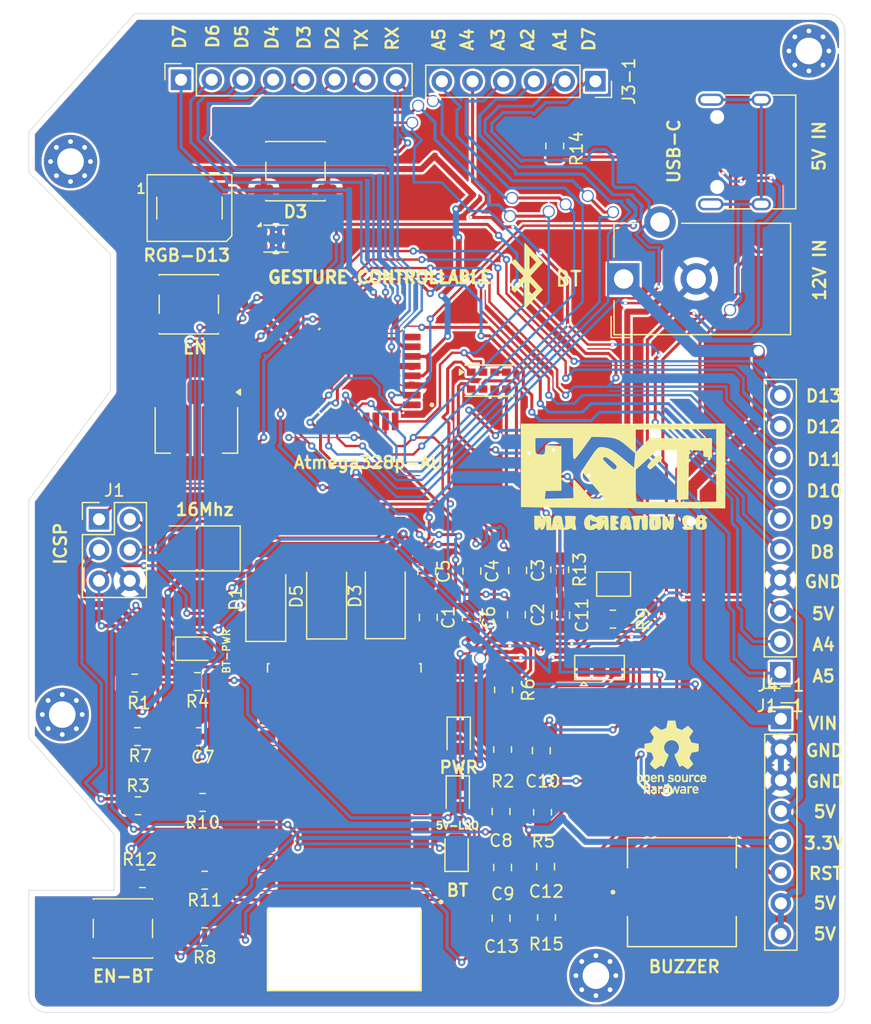
<source format=kicad_pcb>
(kicad_pcb (version 20241229) (generator "pcbnew") (generator_version "9.0")
  (layers (0 "F.Cu" signal) (2 "B.Cu" signal) (13 "F.Paste" user) (15 "B.Paste" user) (5 "F.SilkS" user "F.Silkscreen") (7 "B.SilkS" user "B.Silkscreen") (1 "F.Mask" user) (3 "B.Mask" user) (25 "Edge.Cuts" user))
  (net 0 "")
  (net 1 "GND")
  (net 2 "Net-(BZ1-+)")
  (net 3 "5V")
  (net 4 "Net-(U1-AREF)")
  (net 5 "PB6")
  (net 6 "PB7")
  (net 7 "Net-(D3-K)")
  (net 8 "Net-(D5-K)")
  (net 9 "3.3v")
  (net 10 "Vl")
  (net 11 "Net-(JP2-B)")
  (net 12 "Net-(C13-Pad1)")
  (net 13 "Net-(D1-K)")
  (net 14 "Net-(D2-K)")
  (net 15 "Vin")
  (net 17 "Net-(D4-DIN)")
  (net 18 "Net-(D6-A)")
  (net 19 "Net-(D7-A)")
  (net 20 "Net-(D8-A)")
  (net 21 "RST")
  (net 22 "D13")
  (net 23 "D12")
  (net 24 "D11")
  (net 25 "D10")
  (net 26 "D9")
  (net 27 "A5")
  (net 28 "D8")
  (net 29 "A4")
  (net 30 "Net-(J2-CC2)")
  (net 31 "Net-(J2-CC1)")
  (net 32 "Net-(J2-SHIELD)")
  (net 33 "TX")
  (net 34 "D5")
  (net 35 "D7")
  (net 36 "D3")
  (net 37 "D6")
  (net 38 "RX")
  (net 39 "D2")
  (net 40 "D4")
  (net 41 "A3")
  (net 42 "A1")
  (net 43 "A2")
  (net 44 "A0")
  (net 45 "Net-(JP1-B)")
  (net 46 "VCC")
  (net 47 "Net-(JP1-A)")
  (net 48 "SCL")
  (net 49 "SDA")
  (net 50 "Net-(U5-PIO[8])")
  (net 51 "Net-(SW3A-A)")
  (net 52 "STATE")
  (net 55 "Net-(U4-LDR)")
  (footprint "Resistor_SMD:R_0805_2012Metric" (layer "F.Cu") (at 116.8927 134.4422)
    (property "Reference" "R12")
    (property "Value" "1k")
  )
  (footprint "Symbol:OSHW-Logo_5.7x6mm_SilkScreen" (layer "F.Cu") (at 160.65 124.4)
    (property "Reference" "REF**" (hide yes))
    (property "Value" "OSHW-Logo_5.7x6mm_SilkScreen" (hide yes))
  )
  (footprint "Capacitor_SMD:C_0805_2012Metric" (layer "F.Cu") (at 147.9296 108.9812 -90)
    (property "Reference" "C3")
    (property "Value" "22pf")
  )
  (footprint "Capacitor_SMD:C_0805_2012Metric" (layer "F.Cu") (at 151.4856 112.6846 90)
    (property "Reference" "C11")
    (property "Value" "100uf")
  )
  (footprint "Capacitor_SMD:C_0805_2012Metric" (layer "F.Cu") (at 140.5382 112.8624 -90)
    (property "Reference" "C1")
    (property "Value" "100nf")
  )
  (footprint "Diode_SMD:D_SMA" (layer "F.Cu") (at 132.1308 111.1316 90)
    (property "Reference" "D5")
    (property "Value" "SS14")
  )
  (footprint "Button_Switch_SMD:SW_SPST_PTS647_Sx50" (layer "F.Cu") (at 120.735 86.9952)
    (property "Reference" "EN")
    (property "Value" "SW_DPST_x2")
  )
  (footprint "MountingHole:MountingHole_2.2mm_M2_Pad_Via" (layer "F.Cu") (at 110.95 75.2)
    (property "Reference" "H4" (hide yes))
    (property "Value" "MountingHole")
  )
  (footprint "Connector_USB:USB_C_Receptacle_HRO_TYPE-C-31-M-12" (layer "F.Cu") (at 167.03 74.41 90)
    (property "Reference" "USB-C")
    (property "Value" "USB_C_Receptacle_PowerOnly_6P")
  )
  (footprint "Connector_BarrelJack:BarrelJack_CUI_PJ-102AH_Horizontal" (layer "F.Cu") (at 156.7 84.9 90)
    (property "Reference" "12V IN")
    (property "Value" "Barrel_Jack")
  )
  (footprint "Connector_PinSocket_2.54mm:PinSocket_1x06_P2.54mm_Vertical" (layer "F.Cu") (at 154.36 68.57 -90)
    (property "Reference" "J3-1")
    (property "Value" "Conn_01x06_Pin")
  )
  (footprint "Resistor_SMD:R_0805_2012Metric" (layer "F.Cu") (at 151 73.9125 90)
    (property "Reference" "R14")
    (property "Value" "5.1k")
  )
  (footprint "Resistor_SMD:R_0805_2012Metric" (layer "F.Cu") (at 121.8711 128.143 180)
    (property "Reference" "R10")
    (property "Value" "2k")
  )
  (footprint "PKMCS0909E4000-R1:SPKR_PKMCS0909E4000-R1" (layer "F.Cu") (at 161.512 135.5598)
    (property "Reference" "BZ1" (hide yes))
    (property "Value" "Buzzer")
  )
  (footprint "Connector_PinSocket_2.54mm:PinSocket_1x08_P2.54mm_Vertical" (layer "F.Cu") (at 120.09 68.44 90)
    (property "Reference" "J2-1" (hide yes))
    (property "Value" "Conn_01x08_Pin")
  )
  (footprint "Resistor_SMD:R_0805_2012Metric" (layer "F.Cu") (at 150.3172 137.6445 -90)
    (property "Reference" "R15")
    (property "Value" "1M")
  )
  (footprint "Capacitor_SMD:C_0805_2012Metric" (layer "F.Cu") (at 121.6304 122.7074)
    (property "Reference" "C7")
    (property "Value" "10uf")
  )
  (footprint "Button_Switch_SMD:SW_SPST_PTS647_Sx50" (layer "F.Cu") (at 129.5566 75.997)
    (property "Reference" "D3")
    (property "Value" "SW_DPST_x2")
  )
  (footprint "Capacitor_SMD:C_0805_2012Metric" (layer "F.Cu") (at 144.145 109.032 -90)
    (property "Reference" "C4")
    (property "Value" "22pf")
  )
  (footprint "Resistor_SMD:R_0805_2012Metric" (layer "F.Cu") (at 116.4863 122.7074)
    (property "Reference" "R7")
    (property "Value" "10k")
  )
  (footprint "Diode_SMD:D_SMA" (layer "F.Cu") (at 136.9822 111.1062 90)
    (property "Reference" "D3")
    (property "Value" "SS14")
  )
  (footprint "Package_SON:WSON-6-1EP_2x2mm_P0.65mm_EP1x1.6mm_ThermalVias" (layer "F.Cu") (at 127.9413 81.5698)
    (property "Reference" "U2" (hide yes))
    (property "Value" "TLV76750DRVx")
  )
  (footprint "LED_SMD:LED_WS2812B_PLCC4_5.0x5.0mm_P3.2mm" (layer "F.Cu") (at 120.7886 79.0458)
    (property "Reference" "RGB-D13")
    (property "Value" "WS2812B")
  )
  (footprint "Capacitor_SMD:C_0805_2012Metric" (layer "F.Cu") (at 149.8854 123.8656 90)
    (property "Reference" "C10")
    (property "Value" "1.0uf")
  )
  (footprint "Capacitor_SMD:C_0805_2012Metric" (layer "F.Cu") (at 146.558 128.8948 90)
    (property "Reference" "C8")
    (property "Value" "10uf")
  )
  (footprint "Resistor_SMD:R_0805_2012Metric" (layer "F.Cu") (at 146.7612 118.8485 90)
    (property "Reference" "R6")
    (property "Value" "4.7k")
  )
  (footprint "LOGO.preety:KMT_LOGO_50X50mm" (layer "F.Cu") (at 157.2 101.25)
    (property "Reference" "G***" (hide yes))
    (property "Value" "LOGO" (hide yes))
  )
  (footprint "Resistor_SMD:R_0805_2012Metric" (layer "F.Cu") (at 116.2577 118.2878 180)
    (property "Reference" "R1")
    (property "Value" "10k")
  )
  (footprint "Resistor_SMD:R_0805_2012Metric" (layer "F.Cu") (at 151.4094 108.9171 -90)
    (property "Reference" "R13")
    (property "Value" "5.1k")
  )
  (footprint "Button_Switch_SMD:SW_SPST_PTS647_Sx50" (layer "F.Cu") (at 115.2818 138.5572)
    (property "Reference" "EN-BT")
    (property "Value" "SW_DPST_x2")
  )
  (footprint "Package_TO_SOT_SMD:SOT-223-3_TabPin2" (layer "F.Cu") (at 121.3612 97.3832 -90)
    (property "Reference" "U3" (hide yes))
    (property "Value" "AMS1117-3.3")
  )
  (footprint "LED_SMD:LED_0805_2012Metric" (layer "F.Cu") (at 142.875 132.1585 90)
    (property "Reference" "BT")
    (property "Value" "LED")
  )
  (footprint "Capacitor_SMD:C_0805_2012Metric" (layer "F.Cu") (at 146.558 137.7036 -90)
    (property "Reference" "C13")
    (property "Value" "100nf")
  )
  (footprint "Resistor_SMD:R_0805_2012Metric" (layer "F.Cu") (at 155.8055 113.0046 180)
    (property "Reference" "R9")
    (property "Value" "DNP")
  )
  (footprint "Jumper:SolderJumper-3_P1.3mm_Bridged2Bar123_Pad1.0x1.5mm" (layer "F.Cu") (at 154.7 117)
    (property "Reference" "JP1" (hide yes))
    (property "Value" "SolderJumper_3_Bridged123" (hide yes))
  )
  (footprint "Capacitor_SMD:C_0805_2012Metric" (layer "F.Cu") (at 140.4112 109.0574 90)
    (property "Reference" "C5")
    (property "Value" "1uf")
  )
  (footprint "LOGO.preety:BLE_5X7.9" (layer "F.Cu") (at 148.7 84.65)
    (property "Reference" "G***" (hide yes))
    (property "Value" "LOGO" (hide yes))
  )
  (footprint "Connector_PinSocket_2.54mm:PinSocket_1x10_P2.54mm_Vertical" (layer "F.Cu") (at 169.65 117.39 180)
    (property "Reference" "J1-1")
    (property "Value" "Conn_01x10_Pin")
  )
  (footprint "Crystal:Crystal_SMD_5032-2Pin_5.0x3.2mm" (layer "F.Cu") (at 121.8734 107.1626 180)
    (property "Reference" "16Mhz")
    (property "Value" "Crystal" (hide yes))
  )
  (footprint "Resistor_SMD:R_0805_2012Metric" (layer "F.Cu") (at 122.0489 134.5692 180)
    (property "Reference" "R11")
    (property "Value" "10k")
  )
  (footprint "Resistor_SMD:R_0805_2012Metric" (layer "F.Cu") (at 116.5371 128.4224)
    (property "Reference" "R3")
    (property "Value" "330")
  )
  (footprint "MountingHole:MountingHole_2.2mm_M2_Pad_Via" (layer "F.Cu") (at 154.4 142.45)
    (property "Reference" "H2" (hide yes))
    (property "Value" "MountingHole")
  )
  (footprint "Capacitor_SMD:C_0805_2012Metric" (layer "F.Cu") (at 150.241 133.4414 -90)
    (property "Reference" "C12")
    (property "Value" "1.0fu")
  )
  (footprint "HC-05:XCVR_HC-05" (layer "F.Cu") (at 133.59 129.865 180)
    (property "Reference" "U5" (hide yes))
    (property "Value" "HC-05")
  )
  (footprint "LED_SMD:LED_0805_2012Metric" (layer "F.Cu") (at 121.3358 115.443)
    (property "Reference" "BT-PWR")
    (property "Value" "LED")
  )
  (footprint "ATMEGA328P_AU:QFP80P900X900X120-32N" (layer "F.Cu") (at 135 92.5 180)
    (property "Reference" "U1" (hide yes))
    (property "Value" "ATMEGA328P-AU")
  )
  (footprint "Resistor_SMD:R_0805_2012Metric" (layer "F.Cu") (at 149.987 128.9539 90)
    (property "Reference" "R5")
    (property "Value" "4.7k")
  )
  (footprint "Capacitor_SMD:C_0805_2012Metric" (layer "F.Cu") (at 146.685 133.5176 90)
    (property "Reference" "C9")
    (property "Value" "0.1uf")
  )
  (footprint "Jumper:SolderJumper-2_P1.3mm_Bridged_Pad1.0x1.5mm" (layer "F.Cu") (at 155.8648 110.109)
    (property "Reference" "JP2" (hide yes))
    (property "Value" "SolderJumper_2_Bridged" (hide yes))
  )
  (footprint "Connector_PinHeader_2.54mm:PinHeader_2x03_P2.54mm_Vertical" (layer "F.Cu") (at 113.3094 104.7496)
    (property "Reference" "J1")
    (property "Value" "ICSP")
  )
  (footprint "Resistor_SMD:R_0805_2012Metric" (layer "F.Cu") (at 121.4393 118.1608)
    (property "Reference" "R4")
    (property "Value" "2.2k")
  )
  (footprint "Connector_PinSocket_2.54mm:PinSocket_1x08_P2.54mm_Vertical" (layer "F.Cu") (at 169.7 121.24)
    (property "Reference" "J4-1")
    (property "Value" "Conn_01x08_Pin")
  )
  (footprint "Diode_SMD:D_SMA" (layer "F.Cu") (at 127.1016 111.3348 90)
    (property "Reference" "D1")
    (property "Value" "SS14")
  )
  (footprint "Capacitor_SMD:C_0805_2012Metric" (layer "F.Cu") (at 144.0942 112.8674 90)
    (property "Reference" "C6")
    (property "Value" "2.2uf")
  )
  (footprint "Resistor_SMD:R_0805_2012Metric" (layer "F.Cu") (at 146.685 123.7761 -90)
    (property "Reference" "R2")
    (property "Value" "1k")
  )
  (footprint "Capacitor_SMD:C_0805_2012Metric" (layer "F.Cu") (at 147.828 112.6388 -90)
    (property "Reference" "C2")
    (property "Value" "100nf")
  )
  (footprint "Resistor_SMD:R_0805_2012Metric" (layer "F.Cu") (at 122.0489 139.2428)
    (property "Reference" "R8")
    (property "Value" "100")
  )
  (footprint "LED_SMD:LED_0805_2012Metric" (layer "F.Cu") (at 143.0528 122.7813 -90)
    (property "Reference" "PWR")
    (property "Value" "LED")
  )
  (footprint "MountingHole:MountingHole_2.2mm_M2_Pad_Via" (layer "F.Cu") (at 172.016726 66.066726)
    (property "Reference" "H1" (hide yes))
    (property "Value" "MountingHole")
  )
  (footprint "LED_SMD:LED_0805_2012Metric" (layer "F.Cu") (at 142.9766 127.6373 -90)
    (property "Reference" "5V-LDO")
    (property "Value" "LED")
  )
  (footprint "MountingHole:MountingHole_2.2mm_M2_Pad_Via" (layer "F.Cu") (at 110.266726 120.883274)
    (property "Reference" "H3" (hide yes))
    (property "Value" "MountingHole")
  )
  (footprint "Sensor:Avago_APDS-9960" (layer "F.Cu") (at 145.545 93.3)
    (property "Reference" "U4" (hide yes))
    (property "Value" "APDS-9960")
  )
  (gr_line (start 114.25 82.85) (end 107.5 76.1) (stroke (width 0.05)) (layer "Edge.Cuts"))
  (gr_line (start 107.5 144) (end 107.5 135.4) (stroke (width 0.05)) (layer "Edge.Cuts"))
  (gr_line (start 109 145.5) (end 173.5 145.5) (stroke (width 0.05)) (layer "Edge.Cuts"))
  (gr_line (start 114.25 94.15) (end 114.25 82.85) (stroke (width 0.05)) (layer "Edge.Cuts"))
  (gr_line (start 107.5 122.8) (end 107.5 103.15) (stroke (width 0.05)) (layer "Edge.Cuts"))
  (gr_line (start 175 144) (end 175 64.5) (stroke (width 0.05)) (layer "Edge.Cuts"))
  (gr_line (start 107.5 72.75) (end 107.5 76.1) (stroke (width 0.05)) (layer "Edge.Cuts"))
  (gr_arc (start 175 144) (mid 174.56066 145.06066) (end 173.5 145.5) (stroke (width 0.05)) (layer "Edge.Cuts"))
  (gr_line (start 107.5 72.75) (end 116.25 63) (stroke (width 0.05)) (layer "Edge.Cuts"))
  (gr_arc (start 109 145.5) (mid 107.93934 145.06066) (end 107.5 144) (stroke (width 0.05)) (layer "Edge.Cuts"))
  (gr_line (start 116.25 63) (end 173.5 63) (stroke (width 0.05)) (layer "Edge.Cuts"))
  (gr_line (start 110.89 135.4) (end 107.5 135.4) (stroke (width 0.05)) (layer "Edge.Cuts"))
  (gr_line (start 114.56 130.77) (end 114.56 135.4) (stroke (width 0.05)) (layer "Edge.Cuts"))
  (gr_arc (start 173.5 63) (mid 174.56066 63.43934) (end 175 64.5) (stroke (width 0.05)) (layer "Edge.Cuts"))
  (gr_line (start 107.5 103.15) (end 114.25 94.15) (stroke (width 0.05)) (layer "Edge.Cuts"))
  (gr_line (start 114.56 135.4) (end 110.89 135.4) (stroke (width 0.05)) (layer "Edge.Cuts"))
  (gr_line (start 114.56 130.77) (end 107.5 122.8) (stroke (width 0.05)) (layer "Edge.Cuts"))
  (gr_text "D2\n" (at 133.2 66.1 90) (layer "F.SilkS") (effects (font (size 1 1) (thickness 0.2) (bold yes)) (justify left bottom)))
  (gr_text "5V" (at 172.3 129.5 0) (layer "F.SilkS") (effects (font (size 1 1) (thickness 0.2) (bold yes)) (justify left bottom)))
  (gr_text "RX" (at 138.15 66.15 90) (layer "F.SilkS") (effects (font (size 1 1) (thickness 0.2) (bold yes)) (justify left bottom)))
  (gr_text "ICSP" (at 110.7 108.6146 90) (layer "F.SilkS") (effects (font (size 1 1) (thickness 0.2) (bold yes)) (justify left bottom)))
  (gr_text "D7\n" (at 154.4 66.2 90) (layer "F.SilkS") (effects (font (size 1 1) (thickness 0.2) (bold yes)) (justify left bottom)))
  (gr_text "D6\n" (at 123.3 65.95 90) (layer "F.SilkS") (effects (font (size 1 1) (thickness 0.2) (bold yes)) (justify left bottom)))
  (gr_text "GND\n" (at 171.55 110.5 0) (layer "F.SilkS") (effects (font (size 1 1) (thickness 0.2) (bold yes)) (justify left bottom)))
  (gr_text "5V IN\n" (at 173.45 76.1 90) (layer "F.SilkS") (effects (font (size 1 1) (thickness 0.2) (bold yes)) (justify left bottom)))
  (gr_text "D5" (at 125.7 66 90) (layer "F.SilkS") (effects (font (size 1 1) (thickness 0.2) (bold yes)) (justify left bottom)))
  (gr_text "GND" (at 171.7 127 0) (layer "F.SilkS") (effects (font (size 1 1) (thickness 0.2) (bold yes)) (justify left bottom)))
  (gr_text "A4" (at 172.2 115.7 0) (layer "F.SilkS") (effects (font (size 1 1) (thickness 0.2) (bold yes)) (justify left bottom)))
  (gr_text "5V" (at 172.15 113.15 0) (layer "F.SilkS") (effects (font (size 1 1) (thickness 0.2) (bold yes)) (justify left bottom)))
  (gr_text "D4" (at 128.2 66.05 90) (layer "F.SilkS") (effects (font (size 1 1) (thickness 0.2) (bold yes)) (justify left bottom)))
  (gr_text "D10" (at 171.7 103 0) (layer "F.SilkS") (effects (font (size 1 1) (thickness 0.2) (bold yes)) (justify left bottom)))
  (gr_text "A5" (at 172.2 118.3 0) (layer "F.SilkS") (effects (font (size 1 1) (thickness 0.2) (bold yes)) (justify left bottom)))
  (gr_text "A4" (at 144.35 66.15 90) (layer "F.SilkS") (effects (font (size 1 1) (thickness 0.2) (bold yes)) (justify left bottom)))
  (gr_text "D3" (at 130.85 66.05 90) (layer "F.SilkS") (effects (font (size 1 1) (thickness 0.2) (bold yes)) (justify left bottom)))
  (gr_text "A2" (at 149.35 66.15 90) (layer "F.SilkS") (effects (font (size 1 1) (thickness 0.2) (bold yes)) (justify left bottom)))
  (gr_text "D12" (at 171.65 97.7 0) (layer "F.SilkS") (effects (font (size 1 1) (thickness 0.2) (bold yes)) (justify left bottom)))
  (gr_text "GND" (at 171.65 124.45 0) (layer "F.SilkS") (effects (font (size 1 1) (thickness 0.2) (bold yes)) (justify left bottom)))
  (gr_text "5V" (at 172.3 137.05 0) (layer "F.SilkS") (effects (font (size 1 1) (thickness 0.2) (bold yes)) (justify left bottom)))
  (gr_text "5V" (at 172.3 139.6 0) (layer "F.SilkS") (effects (font (size 1 1) (thickness 0.2) (bold yes)) (justify left bottom)))
  (gr_text "BT" (at 150.95 85.6 0) (layer "F.SilkS") (effects (font (size 1.2 1.2) (thickness 0.2) (bold yes)) (justify left bottom)))
  (gr_text "3.3V" (at 171.5 132.1 0) (layer "F.SilkS") (effects (font (size 1 1) (thickness 0.2) (bold yes)) (justify left bottom)))
  (gr_text "D8" (at 172 108.05 0) (layer "F.SilkS") (effects (font (size 1 1) (thickness 0.2) (bold yes)) (justify left bottom)))
  (gr_text "VIN" (at 171.85 122.2 0) (layer "F.SilkS") (effects (font (size 1 1) (thickness 0.2) (bold yes)) (justify left bottom)))
  (gr_text "A1\n" (at 152 66.15 90) (layer "F.SilkS") (effects (font (size 1 1) (thickness 0.2) (bold yes)) (justify left bottom)))
  (gr_text "D13" (at 171.65 95.15 0) (layer "F.SilkS") (effects (font (size 1 1) (thickness 0.2) (bold yes)) (justify left bottom)))
  (gr_text "D11" (at 171.75 100.4 0) (layer "F.SilkS") (effects (font (size 1 1) (thickness 0.2) (bold yes)) (justify left bottom)))
  (gr_text "A5\n" (at 142 66.15 90) (layer "F.SilkS") (effects (font (size 1 1) (thickness 0.2) (bold yes)) (justify left bottom)))
  (gr_text "D7\n" (at 120.55 66 90) (layer "F.SilkS") (effects (font (size 1 1) (thickness 0.2) (bold yes)) (justify left bottom)))
  (gr_text "D9" (at 171.95 105.6 0) (layer "F.SilkS") (effects (font (size 1 1) (thickness 0.2) (bold yes)) (justify left bottom)))
  (gr_text "Atmega328p-AU\n" (at 129.3 100.65 0) (layer "F.SilkS") (effects (font (size 1 1) (thickness 0.2) (bold yes)) (justify left bottom)))
  (gr_text "BUZZER" (at 158.65 142.3 0) (layer "F.SilkS") (effects (font (size 1 1) (thickness 0.2) (bold yes)) (justify left bottom)))
  (gr_text "A3\n" (at 146.9 66.15 90) (layer "F.SilkS") (effects (font (size 1 1) (thickness 0.2) (bold yes)) (justify left bottom)))
  (gr_text "TX" (at 135.6 66.1 90) (layer "F.SilkS") (effects (font (size 1 1) (thickness 0.2) (bold yes)) (justify left bottom)))
  (gr_text "RST\n" (at 171.9 134.6 0) (layer "F.SilkS") (effects (font (size 1 1) (thickness 0.2) (bold yes)) (justify left bottom)))
  (gr_text "GESTURE CONTROLLABLE" (at 127.15 85.35 0) (layer "F.SilkS") (effects (font (size 1 1) (thickness 0.25) (bold yes)) (justify left bottom)))
  (segment (start 161.5 78.4) (end 161.5 77.6) (width 0.1) (layer "F.Cu") (net 0))
  (segment (start 162.24 76.86) (end 162.985 76.86) (width 0.1) (layer "F.Cu") (net 0))
  (segment (start 161.5 77.6) (end 162.24 76.86) (width 0.1) (layer "F.Cu") (net 0))
  (segment (start 159.7 80.2) (end 161.5 78.4) (width 0.1) (layer "F.Cu") (net 0))
  (segment (start 152 112) (end 152 111.5) (width 0.25) (layer "F.Cu") (net 1))
  (segment (start 137.95 92.3) (end 138.15 92.1) (width 0.1) (layer "F.Cu") (net 1))
  (segment (start 137.95 93.35) (end 137.95 92.3) (width 0.1) (layer "F.Cu") (net 1))
  (segment (start 139.17 93.7) (end 138.3 93.7) (width 0.1) (layer "F.Cu") (net 1))
  (segment (start 126.9316 77.597) (end 132.1816 77.597) (width 0.5) (layer "F.Cu") (net 1))
  (segment (start 138.3 93.7) (end 137.95 93.35) (width 0.1) (layer "F.Cu") (net 1))
  (segment (start 140.8938 108.3818) (end 140.6398 108.1278) (width 0.4) (layer "F.Cu") (net 1))
  (segment (start 138.15 92.1) (end 139.17 92.1) (width 0.1) (layer "F.Cu") (net 1))
  (segment (start 169.7 123.78) (end 169.7 126.32) (width 0.5) (layer "B.Cu") (net 1))
  (segment (start 122.9614 139.2428) (end 125.1458 139.2428) (width 0.25) (layer "F.Cu") (net 2))
  (segment (start 157.162 135.5598) (end 156.0576 135.5598) (width 0.25) (layer "F.Cu") (net 2))
  (segment (start 143.891 140.7668) (end 143.3068 141.351) (width 0.25) (layer "F.Cu") (net 2))
  (segment (start 150.8506 140.7668) (end 143.891 140.7668) (width 0.25) (layer "F.Cu") (net 2))
  (segment (start 125.1458 139.2428) (end 125.4252 139.5222) (width 0.25) (layer "F.Cu") (net 2))
  (segment (start 156.0576 135.5598) (end 150.8506 140.7668) (width 0.25) (layer "F.Cu") (net 2))
  (via (at 125.4252 139.5222) (size 0.6) (drill 0.3) (layers "F.Cu" "B.Cu") (net 2))
  (via (at 143.3068 141.351) (size 0.6) (drill 0.3) (layers "F.Cu" "B.Cu") (net 2))
  (segment (start 142.0876 137.2362) (end 141.9098 137.0584) (width 0.25) (layer "B.Cu") (net 2))
  (segment (start 139.9286 135.0772) (end 139.9286 135.0264) (width 0.25) (layer "B.Cu") (net 2))
  (segment (start 126.0348 136.6266) (end 125.4252 137.2362) (width 0.25) (layer "B.Cu") (net 2))
  (segment (start 142.0876 140.1318) (end 142.0876 140.0556) (width 0.25) (layer "B.Cu") (net 2))
  (segment (start 125.4252 137.2362) (end 125.4252 139.5222) (width 0.25) (layer "B.Cu") (net 2))
  (segment (start 139.9286 135.0264) (end 127.635 135.0264) (width 0.25) (layer "B.Cu") (net 2))
  (segment (start 141.9098 137.0584) (end 139.9286 135.0772) (width 0.25) (layer "B.Cu") (net 2))
  (segment (start 143.3068 141.351) (end 142.0876 140.1318) (width 0.25) (layer "B.Cu") (net 2))
  (segment (start 142.0876 140.0556) (end 142.0876 137.2362) (width 0.25) (layer "B.Cu") (net 2))
  (segment (start 127.635 135.0264) (end 126.0348 136.6266) (width 0.25) (layer "B.Cu") (net 2))
  (segment (start 160.23 110.88) (end 160.26 110.91) (width 0.25) (layer "F.Cu") (net 3))
  (segment (start 160.23 100.26) (end 160.23 110.83) (width 0.25) (layer "F.Cu") (net 3))
  (segment (start 147.28 115.21) (end 145.9908 115.21) (width 0.25) (layer "F.Cu") (net 3))
  (segment (start 134 113.4768) (end 135.7376 115.2144) (width 0.5) (layer "F.Cu") (net 3))
  (segment (start 135.7376 115.2144) (end 139.2682 115.2144) (width 0.5) (layer "F.Cu") (net 3))
  (segment (start 164.92 86.56) (end 159.94 91.54) (width 0.25) (layer "F.Cu") (net 3))
  (segment (start 120.4844 109.3348) (end 118.999 110.8202) (width 0.5) (layer "F.Cu") (net 3))
  (segment (start 145.99 116.55) (end 146.34 116.2) (width 0.25) (layer "F.Cu") (net 3))
  (segment (start 145.9908 115.21) (end 144.8308 116.37) (width 0.25) (layer "F.Cu") (net 3))
  (segment (start 158.66 110.49) (end 158.66 89.94) (width 0.25) (layer "F.Cu") (net 3))
  (segment (start 127.1016 109.3348) (end 131.9276 109.3348) (width 0.5) (layer "F.Cu") (net 3))
  (segment (start 169.85 82.67) (end 167.69 82.67) (width 0.25) (layer "F.Cu") (net 3))
  (segment (start 126.9492 80.9619) (end 126.9913 80.9198) (width 0.5) (layer "F.Cu") (net 3))
  (segment (start 166.56 83.34) (end 166.56 83.47) (width 0.25) (layer "F.Cu") (net 3))
  (segment (start 169.13 69.17) (end 170.17 70.21) (width 0.25) (layer "F.Cu") (net 3))
  (segment (start 144.69 117.85) (end 145.99 116.55) (width 0.25) (layer "F.Cu") (net 3))
  (segment (start 129.4636 90.5) (end 126.1364 87.1728) (width 0.5) (layer "F.Cu") (net 3))
  (segment (start 165.63 86.56) (end 164.92 86.56) (width 0.25) (layer "F.Cu") (net 3))
  (segment (start 164.46 75.23) (end 163.89 74.66) (width 0.25) (layer "F.Cu") (net 3))
  (segment (start 161.66 69.17) (end 169.13 69.17) (width 0.25) (layer "F.Cu") (net 3))
  (segment (start 116.3866 120.65) (end 115.5738 119.8372) (width 0.5) (layer "F.Cu") (net 3))
  (segment (start 140.1 92.9) (end 140.5 92.5) (width 0.25) (layer "F.Cu") (net 3))
  (segment (start 158.66 89.94) (end 160.85 87.75) (width 0.25) (layer "F.Cu") (net 3))
  (segment (start 150.84 116.16) (end 152.1 116.16) (width 0.25) (layer "F.Cu") (net 3))
  (segment (start 161.19 71.96) (end 161.03 71.8) (width 0.25) (layer "F.Cu") (net 3))
  (segment (start 144.0892 113.8124) (end 144.0942 113.8174) (width 0.25) (layer "F.Cu") (net 3))
  (segment (start 138.84 116.69) (end 141.3 116.69) (width 0.25) (layer "F.Cu") (net 3))
  (segment (start 167.46 82.44) (end 166.56 83.34) (width 0.25) (layer "F.Cu") (net 3))
  (segment (start 152.4 115.03) (end 150.47 115.03) (width 0.25) (layer "F.Cu") (net 3))
  (segment (start 161.64 111.19) (end 168.53 111.19) (width 0.25) (layer "F.Cu") (net 3))
  (segment (start 120.0384 79.0956) (end 118.3386 77.3958) (width 0.5) (layer "F.Cu") (net 3))
  (segment (start 126.1364 87.1728) (end 125.3744 87.1728) (width 0.5) (layer "F.Cu") (net 3))
  (segment (start 125.3744 87.1728) (end 125.3744 81.661) (width 0.5) (layer "F.Cu") (net 3))
  (segment (start 161.03 69.8) (end 161.66 69.17) (width 0.25) (layer "F.Cu") (net 3))
  (segment (start 160.85 87.75) (end 162.51 87.75) (width 0.25) (layer "F.Cu") (net 3))
  (segment (start 131.9276 109.3348) (end 132.1308 109.1316) (width 0.5) (layer "F.Cu") (net 3))
  (segment (start 143.5308 123.7188) (end 144.8308 125.0188) (width 0.5) (layer "F.Cu") (net 3))
  (segment (start 166.09 86.1) (end 165.63 86.56) (width 0.25) (layer "F.Cu") (net 3))
  (segment (start 127.1016 109.3348) (end 120.4844 109.3348) (width 0.5) (layer "F.Cu") (net 3))
  (segment (start 162.985 76.16) (end 162.985 76.86) (width 0.25) (layer "F.Cu") (net 3))
  (segment (start 144.2466 77.9526) (end 143.0782 79.121) (width 0.5) (layer "F.Cu") (net 3))
  (segment (start 167.69 82.67) (end 167.46 82.44) (width 0.25) (layer "F.Cu") (net 3))
  (segment (start 124.9426 79.0956) (end 120.0384 79.0956) (width 0.5) (layer "F.Cu") (net 3))
  (segment (start 152.1 116.16) (end 153.78 114.48) (width 0.25) (layer "F.Cu") (net 3))
  (segment (start 166.68 76.57) (end 166.42 76.83) (width 0.25) (layer "F.Cu") (net 3))
  (segment (start 162.985 71.96) (end 161.19 71.96) (width 0.25) (layer "F.Cu") (net 3))
  (segment (start 139.17 91.3) (end 140.4112 91.3) (width 0.25) (layer "F.Cu") (net 3))
  (segment (start 143.0782 79.121) (end 142.8242 79.121) (width 0.5) (layer "F.Cu") (net 3))
  (segment (start 143.0528 123.7188) (end 143.5308 123.7188) (width 0.5) (layer "F.Cu") (net 3))
  (segment (start 159.82 111.65) (end 158.66 110.49) (width 0.25) (layer "F.Cu") (net 3))
  (segment (start 162.985 74.66) (end 162.985 74.16) (width 0.25) (layer "F.Cu") (net 3))
  (segment (start 139.2682 115.2144) (end 140.5382 113.9444) (width 0.5) (layer "F.Cu") (net 3))
  (segment (start 143.5862 114.935) (end 144.0942 114.427) (width 0.5) (layer "F.Cu") (net 3))
  (segment (start 118.3386 77.3958) (end 118.3386 76.5302) (width 0.5) (layer "F.Cu") (net 3))
  (segment (start 141.0843 74.7141) (end 141.0843 74.7903) (width 0.5) (layer "F.Cu") (net 3))
  (segment (start 164.57 75.81) (end 164.46 75.81) (width 0.25) (layer "F.Cu") (net 3))
  (segment (start 161.03 71.8) (end 161.03 69.8) (width 0.25) (layer "F.Cu") (net 3))
  (segment (start 125.7046 81.3308) (end 126.5174 81.3308) (width 0.5) (layer "F.Cu") (net 3))
  (segment (start 141.0843 74.7903) (end 144.2466 77.9526) (width 0.5) (layer "F.Cu") (net 3))
  (segment (start 162.985 75.16) (end 162.985 74.66) (width 0.25) (layer "F.Cu") (net 3))
  (segment (start 139.17 92.9) (end 140.1 92.9) (width 0.25) (layer "F.Cu") (net 3))
  (segment (start 143.0528 84.8614) (end 141.6558 86.2584) (width 0.5) (layer "F.Cu") (net 3))
  (segment (start 144.0942 114.427) (end 144.0942 113.8174) (width 0.5) (layer "F.Cu") (net 3))
  (segment (start 143.0528 81.4578) (end 143.0528 84.8614) (width 0.5) (layer "F.Cu") (net 3))
  (segment (start 164.11 76.16) (end 164.46 75.81) (width 0.25) (layer "F.Cu") (net 3))
  (segment (start 166.56 83.47) (end 166.09 83.94) (width 0.25) (layer "F.Cu") (net 3))
  (segment (start 164.92 76.16) (end 164.57 75.81) (width 0.25) (layer "F.Cu") (net 3))
  (segment (start 142.1384 89.662) (end 142.1384 89.6366) (width 0.25) (layer "F.Cu") (net 3))
  (segment (start 146.34 116.2) (end 148.18 116.2) (width 0.25) (layer "F.Cu") (net 3))
  (segment (start 141.3 116.69) (end 142.46 117.85) (width 0.25) (layer "F.Cu") (net 3))
  (segment (start 164.46 75.81) (end 164.46 75.23) (width 0.25) (layer "F.Cu") (net 3))
  (segment (start 166.09 83.94) (end 166.09 86.1) (width 0.25) (layer "F.Cu") (net 3))
  (segment (start 139.17 91.3) (end 140.3 91.3) (width 0.25) (layer "F.Cu") (net 3))
  (segment (start 159.94 99.97) (end 160.23 100.26) (width 0.25) (layer "F.Cu") (net 3))
  (segment (start 115.5738 118.5164) (end 115.3452 118.2878) (width 0.5) (layer "F.Cu") (net 3))
  (segment (start 118.3386 76.5302) (end 119.0498 75.819) (width 0.5) (layer "F.Cu") (net 3))
  (segment (start 126.5174 80.6704) (end 124.9426 79.0956) (width 0.5) (layer "F.Cu") (net 3))
  (segment (start 142.46 117.85) (end 144.69 117.85) (width 0.25) (layer "F.Cu") (net 3))
  (segment (start 140.5382 113.8124) (end 140.213 113.8124) (width 0.25) (layer "F.Cu") (net 3))
  (segment (start 130.83 90.5) (end 129.4636 90.5) (width 0.5) (layer "F.Cu") (net 3))
  (segment (start 162.985 74.16) (end 162.985 73.16) (width 0.25) (layer "F.Cu") (net 3))
  (segment (start 126.5174 81.3308) (end 126.5174 80.6704) (width 0.5) (layer "F.Cu") (net 3))
  (segment (start 162.985 76.16) (end 164.11 76.16) (width 0.25) (layer "F.Cu") (net 3))
  (segment (start 126.9492 81.3308) (end 126.9492 80.9619) (width 0.5) (layer "F.Cu") (net 3))
  (segment (start 153.78 114.48) (end 157.34 114.48) (width 0.25) (layer "F.Cu") (net 3))
  (segment (start 115.5738 119.8372) (end 115.5738 122.7074) (width 0.5) (layer "F.Cu") (net 3))
  (segment (start 126.5174 81.3308) (end 126.9492 81.3308) (width 0.5) (layer "F.Cu") (net 3))
  (segment (start 115.5738 119.8372) (end 115.5738 118.5164) (width 0.5) (layer "F.Cu") (net 3))
  (segment (start 139.9794 75.819) (end 141.0843 74.7141) (width 0.5) (layer "F.Cu") (net 3))
  (segment (start 168.89 76.57) (end 166.68 76.57) (width 0.25) (layer "F.Cu") (net 3))
  (segment (start 142.0746 89.6366) (end 140.4112 91.3) (width 0.25) (layer "F.Cu") (net 3))
  (segment (start 163.89 74.66) (end 162.985 74.66) (width 0.25) (layer "F.Cu") (net 3))
  (segment (start 170.17 82.35) (end 169.85 82.67) (width 0.25) (layer "F.Cu") (net 3))
  (segment (start 157.34 114.48) (end 157.35 114.47) (width 0.25) (layer "F.Cu") (net 3))
  (segment (start 116.8908 120.65) (end 116.3866 120.65) (width 0.5) (layer "F.Cu") (net 3))
  (segment (start 160.23 110.83) (end 160.23 110.88) (width 0.25) (layer "F.Cu") (net 3))
  (segment (start 159.82 112.77) (end 159.82 111.65) (width 0.25) (layer "F.Cu") (net 3))
  (segment (start 132.5 108.5) (end 134 108.5) (width 0.5) (layer "F.Cu") (net 3))
  (segment (start 140.5 91.5) (end 140.5 92.5) (width 0.25) (layer "F.Cu") (net 3))
  (segment (start 140.5382 113.9444) (end 140.5382 113.8124) (width 0.5) (layer "F.Cu") (net 3))
  (segment (start 134 108.5) (end 134 113.4768) (width 0.5) (layer "F.Cu") (net 3))
  (segment (start 142.1384 89.6366) (end 142.0746 89.6366) (width 0.25) (layer "F.Cu") (net 3))
  (segment (start 150.47 115.03) (end 149.83 115.67) (width 0.25) (layer "F.Cu") (net 3))
  (segment (start 119.0498 75.819) (end 139.9794 75.819) (width 0.5) (layer "F.Cu") (net 3))
  (segment (start 168.53 111.19) (end 169.65 112.31) (width 0.25) (layer "F.Cu") (net 3))
  (segment (start 125.3744 81.661) (end 125.7046 81.3308) (width 0.5) (layer "F.Cu") (net 3))
  (segment (start 170.17 70.21) (end 170.17 82.35) (width 0.25) (layer "F.Cu") (net 3))
  (segment (start 140.4112 91.3) (end 140.5004 91.3) (width 0.25) (layer "F.Cu") (net 3))
  (segment (start 159.94 91.54) (end 159.94 99.97) (width 0.25) (layer "F.Cu") (net 3))
  (segment (start 140.3 91.3) (end 140.5 91.5) (width 0.25) (layer "F.Cu") (net 3))
  (segment (start 140.5382 113.8124) (end 144.0892 113.8124) (width 0.25) (layer "F.Cu") (net 3))
  (via (at 144.8308 116.37) (size 0.3) (drill 0.25) (layers "F.Cu" "B.Cu") (net 3))
  (via (at 149.83 115.67) (size 0.3) (drill 0.25) (layers "F.Cu" "B.Cu") (net 3))
  (via (at 161.64 111.19) (size 0.3) (drill 0.25) (layers "F.Cu" "B.Cu") (net 3))
  (via (at 147.28 115.21) (size 0.3) (drill 0.25) (layers "F.Cu" "B.Cu") (net 3))
  (via (at 141.6558 86.2584) (size 0.6) (drill 0.3) (layers "F.Cu" "B.Cu") (net 3))
  (via (at 144.8308 125.0188) (size 0.6) (drill 0.3) (layers "F.Cu" "B.Cu") (net 3))
  (via (at 152.4 115.03) (size 0.3) (drill 0.25) (layers "F.Cu" "B.Cu") (net 3))
  (via (at 164.92 76.16) (size 0.3) (drill 0.25) (layers "F.Cu" "B.Cu") (net 3))
  (via (at 157.35 114.47) (size 0.3) (drill 0.25) (layers "F.Cu" "B.Cu") (net 3))
  (via (at 160.23 110.83) (size 0.3) (drill 0.25) (layers "F.Cu" "B.Cu") (net 3))
  (via (at 143.5862 114.935) (size 0.6) (drill 0.3) (layers "F.Cu" "B.Cu") (net 3))
  (via (at 159.82 112.77) (size 0.3) (drill 0.25) (layers "F.Cu" "B.Cu") (net 3))
  (via (at 142.8242 79.121) (size 0.6) (drill 0.3) (layers "F.Cu" "B.Cu") (net 3))
  (via (at 118.999 110.8202) (size 0.6) (drill 0.3) (layers "F.Cu" "B.Cu") (net 3))
  (via (at 148.18 116.2) (size 0.3) (drill 0.25) (layers "F.Cu" "B.Cu") (net 3))
  (via (at 150.84 116.16) (size 0.3) (drill 0.25) (layers "F.Cu" "B.Cu") (net 3))
  (via (at 162.51 87.75) (size 0.3) (drill 0.25) (layers "F.Cu" "B.Cu") (net 3))
  (via (at 166.42 76.83) (size 0.3) (drill 0.25) (layers "F.Cu" "B.Cu") (net 3))
  (via (at 168.89 76.57) (size 0.3) (drill 0.25) (layers "F.Cu" "B.Cu") (net 3))
  (via (at 143.0528 81.4578) (size 0.6) (drill 0.3) (layers "F.Cu" "B.Cu") (net 3))
  (via (at 142.1384 89.6366) (size 0.6) (drill 0.3) (layers "F.Cu" "B.Cu") (net 3))
  (via (at 116.8908 120.65) (size 0.6) (drill 0.3) (layers "F.Cu" "B.Cu") (net 3))
  (via (at 144.8308 116.24) (size 1) (drill 0.8) (layers "F.Cu" "B.Cu") (net 3))
  (segment (start 160.23 110.83) (end 156.03 115.03) (width 0.25) (layer "B.Cu") (net 3))
  (segment (start 157.35 114.47) (end 158.12 114.47) (width 0.25) (layer "B.Cu") (net 3))
  (segment (start 169.97 128.86) (end 171.23 130.12) (width 0.5) (layer "B.Cu") (net 3))
  (segment (start 170.12 128.86) (end 171.28 127.7) (width 0.5) (layer "B.Cu") (net 3))
  (segment (start 164.22 89.46) (end 167.09 89.46) (width 0.25) (layer "B.Cu") (net 3))
  (segment (start 167.09 89.46) (end 167.85 88.7) (width 0.25) (layer "B.Cu") (net 3))
  (segment (start 158.12 114.47) (end 159.82 112.77) (width 0.25) (layer "B.Cu") (net 3))
  (segment (start 144.8308 116.24) (end 144.8308 115.4938) (width 0.5) (layer "B.Cu") (net 3))
  (segment (start 150.56 117.39) (end 150.56 116.44) (width 0.25) (layer "B.Cu") (net 3))
  (segment (start 144.8308 125.0188) (end 144.8308 116.37) (width 0.5) (layer "B.Cu") (net 3))
  (segment (start 171.23 135.52) (end 170.66 135.52) (width 0.5) (layer "B.Cu") (net 3))
  (segment (start 169.59 77.27) (end 168.89 76.57) (width 0.25) (layer "B.Cu") (net 3))
  (segment (start 169.7 136.48) (end 169.7 139.02) (width 0.5) (layer "B.Cu") (net 3))
  (segment (start 162.51 87.75) (end 164.22 89.46) (width 0.25) (layer "B.Cu") (net 3))
  (segment (start 149.37 116.2) (end 150.56 117.39) (width 0.25) (layer "B.Cu") (net 3))
  (segment (start 161.28 110.83) (end 161.64 111.19) (width 0.25) (layer "B.Cu") (net 3))
  (segment (start 171.23 130.12) (end 171.23 135.52) (width 0.5) (layer "B.Cu") (net 3))
  (segment (start 141.6558 86.2584) (end 142.1384 86.741) (width 0.5) (layer "B.Cu") (net 3))
  (segment (start 149.37 115.21) (end 149.83 115.67) (width 0.25) (layer "B.Cu") (net 3))
  (segment (start 169.7 128.86) (end 170.12 128.86) (width 0.5) (layer "B.Cu") (net 3))
  (segment (start 170.66 135.52) (end 169.7 136.48) (width 0.5) (layer "B.Cu") (net 3))
  (segment (start 170.42 112.31) (end 169.65 112.31) (width 0.5) (layer "B.Cu") (net 3))
  (segment (start 169.59 79.03) (end 169.59 77.27) (width 0.25) (layer "B.Cu") (net 3))
  (segment (start 142.1384 86.741) (end 142.1384 89.6366) (width 0.5) (layer "B.Cu") (net 3))
  (segment (start 147.28 115.21) (end 149.37 115.21) (width 0.25) (layer "B.Cu") (net 3))
  (segment (start 144.8308 115.4938) (end 144.145 115.4938) (width 0.5) (layer "B.Cu") (net 3))
  (segment (start 148.18 116.2) (end 149.37 116.2) (width 0.25) (layer "B.Cu") (net 3))
  (segment (start 142.8242 81.2292) (end 143.0528 81.4578) (width 0.5) (layer "B.Cu") (net 3))
  (segment (start 142.8242 79.121) (end 142.8242 81.2292) (width 0.5) (layer "B.Cu") (net 3))
  (segment (start 165.59 76.83) (end 164.92 76.16) (width 0.25) (layer "B.Cu") (net 3))
  (segment (start 168.33 80.29) (end 169.59 79.03) (width 0.25) (layer "B.Cu") (net 3))
  (segment (start 118.999 110.8202) (end 118.999 118.5418) (width 0.5) (layer "B.Cu") (net 3))
  (segment (start 144.145 115.4938) (end 143.5862 114.935) (width 0.5) (layer "B.Cu") (net 3))
  (segment (start 167.85 88.7) (end 167.85 80.29) (width 0.25) (layer "B.Cu") (net 3))
  (segment (start 150.56 116.44) (end 150.84 116.16) (width 0.25) (layer "B.Cu") (net 3))
  (segment (start 118.999 118.5418) (end 116.8908 120.65) (width 0.5) (layer "B.Cu") (net 3))
  (segment (start 166.42 76.83) (end 165.59 76.83) (width 0.25) (layer "B.Cu") (net 3))
  (segment (start 167.85 80.29) (end 168.33 80.29) (width 0.25) (layer "B.Cu") (net 3))
  (segment (start 144.8308 116.37) (end 144.8308 116.24) (width 0.5) (layer "B.Cu") (net 3))
  (segment (start 156.03 115.03) (end 152.4 115.03) (width 0.25) (layer "B.Cu") (net 3))
  (segment (start 160.23 110.83) (end 161.28 110.83) (width 0.25) (layer "B.Cu") (net 3))
  (segment (start 169.7 128.86) (end 169.97 128.86) (width 0.5) (layer "B.Cu") (net 3))
  (segment (start 171.28 127.7) (end 171.28 113.17) (width 0.5) (layer "B.Cu") (net 3))
  (segment (start 171.28 113.17) (end 170.42 112.31) (width 0.5) (layer "B.Cu") (net 3))
  (segment (start 133.2992 102.1334) (end 134.5692 100.8634) (width 0.25) (layer "F.Cu") (net 4))
  (segment (start 129.1082 94.4626) (end 129.1844 94.5388) (width 0.25) (layer "F.Cu") (net 4))
  (segment (start 131.8006 102.1334) (end 133.2992 102.1334) (width 0.25) (layer "F.Cu") (net 4))
  (segment (start 129.1844 94.5388) (end 128.3208 95.4024) (width 0.25) (layer "F.Cu") (net 4))
  (segment (start 142.9258 106.0196) (end 143.0528 106.1466) (width 0.25) (layer "F.Cu") (net 4))
  (segment (start 130.83 92.1) (end 129.6928 92.1) (width 0.25) (layer "F.Cu") (net 4))
  (segment (start 143.0528 106.1466) (end 143.002 106.1466) (width 0.25) (layer "F.Cu") (net 4))
  (segment (start 147.5282 111.6888) (end 146.812 110.9726) (width 0.25) (layer "F.Cu") (net 4))
  (segment (start 142.7988 110.2868) (end 142.7988 108.1024) (width 0.25) (layer "F.Cu") (net 4))
  (segment (start 129.6928 92.1) (end 129.1082 92.6846) (width 0.25) (layer "F.Cu") (net 4))
  (segment (start 143.2306 110.7186) (end 142.7988 110.2868) (width 0.25) (layer "F.Cu") (net 4))
  (segment (start 147.828 111.6888) (end 147.5282 111.6888) (width 0.25) (layer "F.Cu") (net 4))
  (segment (start 147.828 111.6888) (end 147.452 111.6888) (width 0.25) (layer "F.Cu") (net 4))
  (segment (start 145.3134 110.9472) (end 143.4592 110.9472) (width 0.25) (layer "F.Cu") (net 4))
  (segment (start 129.1082 92.6846) (end 129.1082 94.4626) (width 0.25) (layer "F.Cu") (net 4))
  (segment (start 143.4592 110.9472) (end 143.2306 110.7186) (width 0.25) (layer "F.Cu") (net 4))
  (segment (start 141.4272 106.0196) (end 142.9258 106.0196) (width 0.25) (layer "F.Cu") (net 4))
  (segment (start 128.3208 95.4024) (end 128.3208 96.0628) (width 0.25) (layer "F.Cu") (net 4))
  (via (at 128.3208 96.0628) (size 0.6) (drill 0.3) (layers "F.Cu" "B.Cu") (net 4))
  (via (at 131.8006 102.1334) (size 0.6) (drill 0.3) (layers "F.Cu" "B.Cu") (net 4))
  (via (at 134.5692 100.8634) (size 0.6) (drill 0.3) (layers "F.Cu" "B.Cu") (net 4))
  (via (at 146.812 110.9726) (size 0.6) (drill 0.3) (layers "F.Cu" "B.Cu") (net 4))
  (via (at 141.4272 106.0196) (size 0.6) (drill 0.3) (layers "F.Cu" "B.Cu") (net 4))
  (via (at 143.0528 106.1466) (size 0.6) (drill 0.3) (layers "F.Cu" "B.Cu") (net 4))
  (via (at 142.7988 108.1024) (size 0.6) (drill 0.3) (layers "F.Cu" "B.Cu") (net 4))
  (via (at 145.3134 110.9472) (size 0.6) (drill 0.3) (layers "F.Cu" "B.Cu") (net 4))
  (segment (start 139.1666 104.3178) (end 140.7922 105.9434) (width 0.25) (layer "B.Cu") (net 4))
  (segment (start 138.0236 104.3178) (end 139.1666 104.3178) (width 0.25) (layer "B.Cu") (net 4))
  (segment (start 140.8684 106.0196) (end 141.4272 106.0196) (width 0.25) (layer "B.Cu") (net 4))
  (segment (start 131.6228 102.1334) (end 131.8006 102.1334) (width 0.25) (layer "B.Cu") (net 4))
  (segment (start 146.7104 110.9472) (end 145.3134 110.9472) (width 0.25) (layer "B.Cu") (net 4))
  (segment (start 142.7988 108.1024) (end 142.7988 106.4006) (width 0.25) (layer "B.Cu") (net 4))
  (segment (start 128.3208 96.0628) (end 128.3208 98.5266) (width 0.25) (layer "B.Cu") (net 4))
  (segment (start 140.7922 105.9434) (end 140.8684 106.0196) (width 0.25) (layer "B.Cu") (net 4))
  (segment (start 128.1684 98.679) (end 131.6228 102.1334) (width 0.25) (layer "B.Cu") (net 4))
  (segment (start 131.826 102.1334) (end 131.8006 102.1334) (width 0.25) (layer "B.Cu") (net 4))
  (segment (start 134.8232 101.0412) (end 134.6454 100.8634) (width 0.4) (layer "B.Cu") (net 4))
  (segment (start 142.7988 106.4006) (end 143.0528 106.1466) (width 0.25) (layer "B.Cu") (net 4))
  (segment (start 134.5692 100.8634) (end 138.0236 104.3178) (width 0.25) (layer "B.Cu") (net 4))
  (segment (start 128.3208 98.5266) (end 128.1684 98.679) (width 0.25) (layer "B.Cu") (net 4))
  (segment (start 134.6454 100.8634) (end 134.5692 100.8634) (width 0.4) (layer "B.Cu") (net 4))
  (segment (start 146.7612 106.9086) (end 146.807 106.9086) (width 0.25) (layer "F.Cu") (net 5))
  (segment (start 136.8552 103.7032) (end 136.652 103.5) (width 0.25) (layer "F.Cu") (net 5))
  (segment (start 136.4996 104.9274) (end 136.8552 104.5718) (width 0.25) (layer "F.Cu") (net 5))
  (segment (start 121.5898 104.9274) (end 136.4996 104.9274) (width 0.25) (layer "F.Cu") (net 5))
  (segment (start 132.8674 95.1484) (end 133.0198 94.996) (width 0.25) (layer "F.Cu") (net 5))
  (segment (start 146.807 106.9086) (end 147.9296 108.0312) (width 0.25) (layer "F.Cu") (net 5))
  (segment (start 133.9596 92.964) (end 133.9596 91.2368) (width 0.25) (layer "F.Cu") (net 5))
  (segment (start 132.7912 100.1776) (end 131.6228 99.0092) (width 0.25) (layer "F.Cu") (net 5))
  (segment (start 131.6228 97.5106) (end 130.937 96.8248) (width 0.25) (layer "F.Cu") (net 5))
  (segment (start 141.5 103.5) (end 138.1776 100.1776) (width 0.25) (layer "F.Cu") (net 5))
  (segment (start 132.969 93.9546) (end 133.9596 92.964) (width 0.25) (layer "F.Cu") (net 5))
  (segment (start 133.0198 94.0054) (end 132.969 93.9546) (width 0.25) (layer "F.Cu") (net 5))
  (segment (start 144.4752 106.7816) (end 144.4752 106.5248) (width 0.25) (layer "F.Cu") (net 5))
  (segment (start 120.0234 107.1626) (end 120.0234 106.4938) (width 0.25) (layer "F.Cu") (net 5))
  (segment (start 133.9596 91.2368) (end 135.3566 89.8398) (width 0.25) (layer "F.Cu") (net 5))
  (segment (start 136.652 103.5) (end 141.5 103.5) (width 0.25) (layer "F.Cu") (net 5))
  (segment (start 138.4298 90.5) (end 139.17 90.5) (width 0.25) (layer "F.Cu") (net 5))
  (segment (start 144.4752 106.5248) (end 144.5 106.5) (width 0.25) (layer "F.Cu") (net 5))
  (segment (start 130.937 96.8248) (end 130.8608 96.7486) (width 0.25) (layer "F.Cu") (net 5))
  (segment (start 133.0198 94.996) (end 133.0198 94.0054) (width 0.25) (layer "F.Cu") (net 5))
  (segment (start 130.8608 96.7486) (end 130.7592 96.7486) (width 0.25) (layer "F.Cu") (net 5))
  (segment (start 120.0234 106.4938) (end 121.5898 104.9274) (width 0.25) (layer "F.Cu") (net 5))
  (segment (start 131.6228 98.2218) (end 131.6228 97.5106) (width 0.25) (layer "F.Cu") (net 5))
  (segment (start 137.7696 89.8398) (end 138.4298 90.5) (width 0.25) (layer "F.Cu") (net 5))
  (segment (start 135.3566 89.8398) (end 137.7696 89.8398) (width 0.25) (layer "F.Cu") (net 5))
  (segment (start 136.8552 104.5718) (end 136.8552 103.7032) (width 0.25) (layer "F.Cu") (net 5))
  (segment (start 141.5 103.5) (end 144.5 106.5) (width 0.25) (layer "F.Cu") (net 5))
  (segment (start 131.6228 99.0092) (end 131.6228 98.2218) (width 0.25) (layer "F.Cu") (net 5))
  (segment (start 138.1776 100.1776) (end 132.7912 100.1776) (width 0.25) (layer "F.Cu") (net 5))
  (via (at 144.4752 106.7816) (size 0.6) (drill 0.3) (layers "F.Cu" "B.Cu") (net 5))
  (via (at 130.7592 96.7486) (size 0.6) (drill 0.3) (layers "F.Cu" "B.Cu") (net 5))
  (via (at 132.8674 95.1484) (size 0.6) (drill 0.3) (layers "F.Cu" "B.Cu") (net 5))
  (via (at 146.7612 106.9086) (size 0.6) (drill 0.3) (layers "F.Cu" "B.Cu") (net 5))
  (segment (start 146.7612 105.6386) (end 146.7612 106.9086) (width 0.25) (layer "B.Cu") (net 5))
  (segment (start 130.7592 96.7486) (end 132.3594 95.1484) (width 0.25) (layer "B.Cu") (net 5))
  (segment (start 146.4564 105.3338) (end 146.7612 105.6386) (width 0.25) (layer "B.Cu") (net 5))
  (segment (start 145.3642 105.4608) (end 145.3642 106.4514) (width 0.25) (layer "B.Cu") (net 5))
  (segment (start 145.034 106.7816) (end 144.4752 106.7816) (width 0.25) (layer "B.Cu") (net 5))
  (segment (start 132.3594 95.1484) (end 132.8674 95.1484) (width 0.25) (layer "B.Cu") (net 5))
  (segment (start 145.3642 105.4608) (end 146.3294 105.4608) (width 0.25) (layer "B.Cu") (net 5))
  (segment (start 145.3642 106.4514) (end 145.034 106.7816) (width 0.25) (layer "B.Cu") (net 5))
  (segment (start 146.3294 105.4608) (end 146.4564 105.3338) (width 0.25) (layer "B.Cu") (net 5))
  (segment (start 138.557 104.6734) (end 139.5984 105.7148) (width 0.25) (layer "F.Cu") (net 6))
  (segment (start 139.5984 105.7148) (end 139.8016 105.918) (width 0.25) (layer "F.Cu") (net 6))
  (segment (start 137.9474 104.6734) (end 138.557 104.6734) (width 0.25) (layer "F.Cu") (net 6))
  (segment (start 123.7234 107.1626) (end 124.587 106.299) (width 0.25) (layer "F.Cu") (net 6))
  (segment (start 124.587 106.299) (end 136.3218 106.299) (width 0.25) (layer "F.Cu") (net 6))
  (segment (start 141.3764 106.8324) (end 142.8954 106.8324) (width 0.25) (layer "F.Cu") (net 6))
  (segment (start 136.3218 106.299) (end 137.9474 104.6734) (width 0.25) (layer "F.Cu") (net 6))
  (segment (start 142.8954 106.8324) (end 144.145 108.082) (width 0.25) (layer "F.Cu") (net 6))
  (segment (start 139.8016 105.918) (end 139.8016 106.0196) (width 0.25) (layer "F.Cu") (net 6))
  (via (at 139.8016 106.0196) (size 0.6) (drill 0.3) (layers "F.Cu" "B.Cu") (net 6))
  (via (at 141.3764 106.8324) (size 0.6) (drill 0.3) (layers "F.Cu" "B.Cu") (net 6))
  (segment (start 139.8016 106.0196) (end 140.6144 106.8324) (width 0.25) (layer "B.Cu") (net 6))
  (segment (start 140.6144 106.8324) (end 141.3764 106.8324) (width 0.25) (layer "B.Cu") (net 6))
  (segment (start 140.4112 110.0074) (end 139.6746 110.0074) (width 0.25) (layer "F.Cu") (net 7))
  (segment (start 139.6746 110.0074) (end 136.9822 112.6998) (width 0.25) (layer "F.Cu") (net 7))
  (segment (start 136.9822 112.6998) (end 136.9822 113.1062) (width 0.25) (layer "F.Cu") (net 7))
  (segment (start 125.7554 114.9604) (end 123.7742 116.9416) (width 0.25) (layer "F.Cu") (net 8))
  (segment (start 112.776 111.76) (end 114.7318 111.76) (width 0.5) (layer "F.Cu") (net 8))
  (segment (start 118.175 118) (end 120.366 118) (width 0.25) (layer "F.Cu") (net 8))
  (segment (start 132.1308 113.1316) (end 130.302 114.9604) (width 0.25) (layer "F.Cu") (net 8))
  (segment (start 116.5 113.5) (end 116.5 116.325) (width 0.5) (layer "F.Cu") (net 8))
  (segment (start 116.5 116.325) (end 118.175 118) (width 0.5) (layer "F.Cu") (net 8))
  (segment (start 111.6584 103.9622) (end 111.6584 110.6424) (width 0.5) (layer "F.Cu") (net 8))
  (segment (start 112.4712 103.1494) (end 111.6584 103.9622) (width 0.5) (layer "F.Cu") (net 8))
  (segment (start 118.175 121.5278) (end 119.3546 122.7074) (width 0.25) (layer "F.Cu") (net 8))
  (segment (start 119.3546 122.7074) (end 120.6804 122.7074) (width 0.25) (layer "F.Cu") (net 8))
  (segment (start 118.1 118.075) (end 118.175 118) (width 0.25) (layer "F.Cu") (net 8))
  (segment (start 130.302 114.9604) (end 125.7554 114.9604) (width 0.25) (layer "F.Cu") (net 8))
  (segment (start 121.746 116.9416) (end 120.5268 118.1608) (width 0.25) (layer "F.Cu") (net 8))
  (segment (start 114.3508 102.4128) (end 113.6142 103.1494) (width 0.5) (layer "F.Cu") (net 8))
  (segment (start 114.3508 98.9436) (end 114.3508 102.4128) (width 0.5) (layer "F.Cu") (net 8))
  (segment (start 111.6584 110.6424) (end 112.776 111.76) (width 0.5) (layer "F.Cu") (net 8))
  (segment (start 118.175 118) (end 118.175 121.5278) (width 0.25) (layer "F.Cu") (net 8))
  (segment (start 123.7742 116.9416) (end 121.746 116.9416) (width 0.25) (layer "F.Cu") (net 8))
  (segment (start 120.4402 118.4402) (end 120 118) (width 0.25) (layer "F.Cu") (net 8))
  (segment (start 114.7318 111.76) (end 116.4718 113.5) (width 0.5) (layer "F.Cu") (net 8))
  (segment (start 116.4718 113.5) (end 116.5 113.5) (width 0.5) (layer "F.Cu") (net 8))
  (segment (start 119.0612 94.2332) (end 114.3508 98.9436) (width 0.5) (layer "F.Cu") (net 8))
  (segment (start 112.9538 103.1494) (end 112.4712 103.1494) (width 0.5) (layer "F.Cu") (net 8))
  (segment (start 120.366 118) (end 120.5268 118.1608) (width 0.25) (layer "F.Cu") (net 8))
  (segment (start 113.6142 103.1494) (end 112.9538 103.1494) (width 0.5) (layer "F.Cu") (net 8))
  (segment (start 113.3602 103.1494) (end 112.9538 103.1494) (width 0.5) (layer "F.Cu") (net 8))
  (segment (start 145.6436 129.8448) (end 146.558 129.8448) (width 0.25) (layer "F.Cu") (net 9))
  (segment (start 119.3292 140.1572) (end 120.0658 140.8938) (width 0.3) (layer "F.Cu") (net 9))
  (segment (start 141.1986 120.2944) (end 140.5942 119.69) (width 0.25) (layer "F.Cu") (net 9))
  (segment (start 120.0404 140.9192) (end 120.0658 140.8938) (width 0.25) (layer "F.Cu") (net 9))
  (segment (start 112.6568 140.1572) (end 117.9068 140.1572) (width 0.3) (layer "F.Cu") (net 9))
  (segment (start 145.8214 130.5814) (end 146.558 129.8448) (width 0.25) (layer "F.Cu") (net 9))
  (segment (start 141.1986 123.1138) (end 141.1986 120.2944) (width 0.25) (layer "F.Cu") (net 9))
  (segment (start 144.8054 129.0066) (end 145.6436 129.8448) (width 0.25) (layer "F.Cu") (net 9))
  (segment (start 143.2306 125.1458) (end 141.1986 123.1138) (width 0.25) (layer "F.Cu") (net 9))
  (segment (start 143.5608 125.1458) (end 144.8816 126.4666) (width 0.25) (layer "F.Cu") (net 9))
  (segment (start 143.2306 125.1458) (end 143.5608 125.1458) (width 0.25) (layer "F.Cu") (net 9))
  (segment (start 121.3612 94.2332) (end 121.3612 100.5332) (width 0.5) (layer "F.Cu") (net 9))
  (segment (start 148.8694 133.2738) (end 148.8694 130.4036) (width 0.3) (layer "F.Cu") (net 9))
  (segment (start 147.6756 134.4676) (end 148.8694 133.2738) (width 0.3) (layer "F.Cu") (net 9))
  (segment (start 146.685 134.4676) (end 147.6756 134.4676) (width 0.3) (layer "F.Cu") (net 9))
  (segment (start 144.8054 126.5428) (end 144.8054 129.0066) (width 0.25) (layer "F.Cu") (net 9))
  (segment (start 117.9068 140.1572) (end 119.3292 140.1572) (width 0.3) (layer "F.Cu") (net 9))
  (segment (start 140.5942 119.69) (end 139.94 119.69) (width 0.25) (layer "F.Cu") (net 9))
  (segment (start 148.3106 129.8448) (end 148.8694 130.4036) (width 0.25) (layer "F.Cu") (net 9))
  (segment (start 146.558 129.8448) (end 148.3106 129.8448) (width 0.25) (layer "F.Cu") (net 9))
  (segment (start 144.8816 126.4666) (end 144.8054 126.5428) (width 0.25) (layer "F.Cu") (net 9))
  (segment (start 145.2626 130.5814) (end 145.8214 130.5814) (width 0.25) (layer "F.Cu") (net 9))
  (via (at 120.0658 140.8938) (size 0.6) (drill 0.3) (layers "F.Cu" "B.Cu") (net 9))
  (via (at 145.2626 130.5814) (size 0.6) (drill 0.3) (layers "F.Cu" "B.Cu") (net 9))
  (via (at 148.8694 130.4036) (size 0.6) (drill 0.3) (layers "F.Cu" "B.Cu") (net 9))
  (segment (start 129.794 130.5814) (end 145.2626 130.5814) (width 0.25) (layer "B.Cu") (net 9))
  (segment (start 125.9332 134.4422) (end 129.794 130.5814) (width 0.25) (layer "B.Cu") (net 9))
  (segment (start 125.9332 135.0264) (end 125.9332 134.4422) (width 0.25) (layer "B.Cu") (net 9))
  (segment (start 150.6474 130.4036) (end 148.8694 130.4036) (width 0.7) (layer "B.Cu") (net 9))
  (segment (start 120.0658 140.8938) (end 125.9332 135.0264) (width 0.25) (layer "B.Cu") (net 9))
  (segment (start 153.55 131.4) (end 151.6005 129.4505) (width 0.5) (layer "B.Cu") (net 9))
  (segment (start 151.6005 129.4505) (end 150.6474 130.4036) (width 0.7) (layer "B.Cu") (net 9))
  (segment (start 169.7 131.4) (end 153.55 131.4) (width 0.5) (layer "B.Cu") (net 9))
  (segment (start 150.627 112.776) (end 149.9616 112.776) (width 0.25) (layer "F.Cu") (net 10))
  (segment (start 158.5 114.5) (end 157.5 113.5) (width 0.25) (layer "F.Cu") (net 10))
  (segment (start 148.9152 104.1654) (end 147 102.2502) (width 0.25) (layer "F.Cu") (net 10))
  (segment (start 158 115) (end 158.5 114.5) (width 0.25) (layer "F.Cu") (net 10))
  (segment (start 154.893 110.4308) (end 154.893 113.0046) (width 0.25) (layer "F.Cu") (net 10))
  (segment (start 149.8854 122.9156) (end 149.8854 122.0216) (width 0.25) (layer "F.Cu") (net 10))
  (segment (start 149.5044 112.3188) (end 149.5044 104.648) (width 0.25) (layer "F.Cu") (net 10))
  (segment (start 157.5 113.5) (end 155.5 113.5) (width 0.25) (layer "F.Cu") (net 10))
  (segment (start 147 94) (end 147 99.949) (width 0.25) (layer "F.Cu") (net 10))
  (segment (start 154.263 113.6346) (end 154.893 113.0046) (width 0.25) (layer "F.Cu") (net 10))
  (segment (start 147 102.2502) (end 147 99.949) (width 0.25) (layer "F.Cu") (net 10))
  (segment (start 151.4856 113.6346) (end 150.627 112.776) (width 0.25) (layer "F.Cu") (net 10))
  (segment (start 149.0218 104.1654) (end 148.9152 104.1654) (width 0.25) (layer "F.Cu") (net 10))
  (segment (start 155.2148 110.109) (end 154.893 110.4308) (width 0.25) (layer "F.Cu") (net 10))
  (segment (start 149.5044 104.648) (end 149.0218 104.1654) (width 0.25) (layer "F.Cu") (net 10))
  (segment (start 151.4856 113.6346) (end 154.263 113.6346) (width 0.25) (layer "F.Cu") (net 10))
  (segment (start 156 122) (end 158 120) (width 0.25) (layer "F.Cu") (net 10))
  (segment (start 149.9616 112.776) (end 149.5044 112.3188) (width 0.25) (layer "F.Cu") (net 10))
  (segment (start 155.5 113.5) (end 154.5875 112.5875) (width 0.25) (layer "F.Cu") (net 10))
  (segment (start 158 120) (end 158 115) (width 0.25) (layer "F.Cu") (net 10))
  (segment (start 149.8854 122.0216) (end 150.5712 121.3358) (width 0.25) (layer "F.Cu") (net 10))
  (via (at 150.5712 121.3358) (size 0.6) (drill 0.3) (layers "F.Cu" "B.Cu") (net 10))
  (via (at 155.8036 122.1486) (size 0.6) (drill 0.3) (layers "F.Cu" "B.Cu") (net 10))
  (segment (start 150.749 121.6914) (end 151.2062 122.1486) (width 0.25) (layer "B.Cu") (net 10))
  (segment (start 151.2062 122.1486) (end 155.8036 122.1486) (width 0.25) (layer "B.Cu") (net 10))
  (segment (start 150.7998 101.219) (end 148.8694 99.2886) (width 0.25) (layer "F.Cu") (net 11))
  (segment (start 152.0444 101.219) (end 150.7998 101.219) (width 0.25) (layer "F.Cu") (net 11))
  (segment (start 157.607 106.193) (end 157.607 105.5878) (width 0.25) (layer "F.Cu") (net 11))
  (segment (start 143.0274 93.7768) (end 143.256 93.5482) (width 0.25) (layer "F.Cu") (net 11))
  (segment (start 160 114) (end 157.5 111.5) (width 0.2) (layer "F.Cu") (net 11))
  (segment (start 143.256 93.5482) (end 143.6382 93.5482) (width 0.25) (layer "F.Cu") (net 11))
  (segment (start 156.7688 111.5) (end 156.4125 111.5) (width 0.2) (layer "F.Cu") (net 11))
  (segment (start 143.0274 97.79) (end 143.0274 93.7768) (width 0.25) (layer "F.Cu") (net 11))
  (segment (start 156.3 107.5) (end 156.3 111.3875) (width 0.25) (layer "F.Cu") (net 11))
  (segment (start 156.7688 112.9538) (end 156.718 113.0046) (width 0.2) (layer "F.Cu") (net 11))
  (segment (start 157.5 111.5) (end 156.7688 111.5) (width 0.2) (layer "F.Cu") (net 11))
  (segment (start 156.7688 111.5) (end 156.7688 112.9538) (width 0.2) (layer "F.Cu") (net 11))
  (segment (start 150.241 132.4914) (end 154.3214 132.4914) (width 0.25) (layer "F.Cu") (net 11))
  (segment (start 154.3214 132.4914) (end 159 127.8128) (width 0.25) (layer "F.Cu") (net 11))
  (segment (start 156.3 111.3875) (end 156.4125 111.5) (width 0.25) (layer "F.Cu") (net 11))
  (segment (start 144.09 94) (end 143.9872 94) (width 0.15) (layer "F.Cu") (net 11))
  (segment (start 144.2466 99.0092) (end 143.0274 97.79) (width 0.25) (layer "F.Cu") (net 11))
  (segment (start 157.607 105.5878) (end 157.48 105.5878) (width 0.25) (layer "F.Cu") (net 11))
  (segment (start 143.6382 93.5482) (end 144.09 94) (width 0.25) (layer "F.Cu") (net 11))
  (segment (start 156.3 107.5) (end 157.607 106.193) (width 0.25) (layer "F.Cu") (net 11))
  (segment (start 146.1008 99.0092) (end 144.2466 99.0092) (width 0.25) (layer "F.Cu") (net 11))
  (segment (start 157.48 105.5878) (end 154.94 103.0478) (width 0.25) (layer "F.Cu") (net 11))
  (segment (start 159 127.8128) (end 159 115) (width 0.2) (layer "F.Cu") (net 11))
  (segment (start 159 115) (end 160 114) (width 0.2) (layer "F.Cu") (net 11))
  (via (at 152.0444 101.219) (size 0.6) (drill 0.3) (layers "F.Cu" "B.Cu") (net 11))
  (via (at 146.1008 99.0092) (size 0.6) (drill 0.3) (layers "F.Cu" "B.Cu") (net 11))
  (via (at 148.8694 99.2886) (size 0.6) (drill 0.3) (layers "F.Cu" "B.Cu") (net 11))
  (via (at 154.94 103.0478) (size 0.6) (drill 0.3) (layers "F.Cu" "B.Cu") (net 11))
  (segment (start 153.8732 103.0478) (end 152.0444 101.219) (width 0.25) (layer "B.Cu") (net 11))
  (segment (start 146.3802 99.2886) (end 146.1008 99.0092) (width 0.25) (layer "B.Cu") (net 11))
  (segment (start 148.8694 99.2886) (end 146.3802 99.2886) (width 0.25) (layer "B.Cu") (net 11))
  (segment (start 154.94 103.0478) (end 153.8732 103.0478) (width 0.25) (layer "B.Cu") (net 11))
  (segment (start 148.3044 138.5) (end 148.9456 138.5) (width 0.3) (layer "F.Cu") (net 12))
  (segment (start 146.558 136.7536) (end 148.3044 138.5) (width 0.3) (layer "F.Cu") (net 12))
  (segment (start 150.2602 138.5) (end 150.3172 138.557) (width 0.2) (layer "F.Cu") (net 12))
  (segment (start 148.9 138.5) (end 148.9456 138.5) (width 0.2) (layer "F.Cu") (net 12))
  (segment (start 148.9456 138.5) (end 150.2602 138.5) (width 0.2) (layer "F.Cu") (net 12))
  (segment (start 117.7544 106.9848) (end 117.7544 111.7092) (width 0.25) (layer "F.Cu") (net 13))
  (segment (start 125.6284 111.8616) (end 127.1016 113.3348) (width 0.25) (layer "F.Cu") (net 13))
  (segment (start 120.5484 113.8936) (end 123.19 113.8936) (width 0.25) (layer "F.Cu") (net 13))
  (segment (start 119.9388 113.8936) (end 120.5484 113.8936) (width 0.25) (layer "F.Cu") (net 13))
  (segment (start 117.7544 106.045) (end 117.7544 106.9848) (width 0.25) (layer "F.Cu") (net 13))
  (segment (start 117.7544 111.7092) (end 118.3259 112.2807) (width 0.25) (layer "F.Cu") (net 13))
  (segment (start 118.3259 112.2807) (end 120.015 113.9698) (width 0.25) (layer "F.Cu") (net 13))
  (segment (start 116.7384 105.029) (end 117.7544 106.045) (width 0.25) (layer "F.Cu") (net 13))
  (segment (start 125.0442 111.8616) (end 125.6284 111.8616) (width 0.25) (layer "F.Cu") (net 13))
  (via (at 123.19 113.8936) (size 0.6) (drill 0.3) (layers "F.Cu" "B.Cu") (net 13))
  (via (at 125.0442 111.8616) (size 0.6) (drill 0.3) (layers "F.Cu" "B.Cu") (net 13))
  (segment (start 123.444 113.4618) (end 125.0442 111.8616) (width 0.25) (layer "B.Cu") (net 13))
  (segment (start 123.444 113.5888) (end 123.19 113.8428) (width 0.25) (layer "B.Cu") (net 13))
  (segment (start 123.444 113.5888) (end 123.444 113.4618) (width 0.25) (layer "B.Cu") (net 13))
  (segment (start 123.19 113.8428) (end 123.19 113.8936) (width 0.25) (layer "B.Cu") (net 13))
  (segment (start 146.1008 124.1044) (end 145.3134 124.1044) (width 0.3) (layer "F.Cu") (net 14))
  (segment (start 145.3134 124.1044) (end 143.0528 121.8438) (width 0.3) (layer "F.Cu") (net 14))
  (segment (start 146.685 124.6886) (end 146.1008 124.1044) (width 0.3) (layer "F.Cu") (net 14))
  (segment (start 152.2222 99.0346) (end 150.876 99.0346) (width 1) (layer "F.Cu") (net 15))
  (segment (start 153.8224 100.2284) (end 152.4254 98.8314) (width 1) (layer "F.Cu") (net 15))
  (segment (start 162.28 104.92) (end 162.28 102.09) (width 1) (layer "F.Cu") (net 15))
  (segment (start 139.3444 106.807) (end 138.4808 105.9434) (width 0.25) (layer "F.Cu") (net 15))
  (segment (start 136.9822 107.442) (end 138.4808 105.9434) (width 0.7) (layer "F.Cu") (net 15))
  (segment (start 136.9822 109.1062) (end 136.9822 107.442) (width 0.7) (layer "F.Cu") (net 15))
  (segment (start 153.8224 101.1428) (end 153.8224 100.2284) (width 1) (layer "F.Cu") (net 15))
  (segment (start 167.85 90.85) (end 167.87 90.87) (width 1) (layer "F.Cu") (net 15))
  (segment (start 167.86 96.51) (end 167.86 92.02) (width 1) (layer "F.Cu") (net 15))
  (segment (start 152.4254 98.8314) (end 152.2222 99.0346) (width 1) (layer "F.Cu") (net 15))
  (segment (start 167.86 92.02) (end 167.87 92.02) (width 1) (layer "F.Cu") (net 15))
  (segment (start 140.6144 106.2736) (end 140.081 106.807) (width 0.25) (layer "F.Cu") (net 15))
  (segment (start 140.081 106.807) (end 139.3444 106.807) (width 0.25) (layer "F.Cu") (net 15))
  (segment (start 140.6144 104.5972) (end 140.6144 106.2736) (width 0.25) (layer "F.Cu") (net 15))
  (segment (start 162.28 102.09) (end 167.86 96.51) (width 1) (layer "F.Cu") (net 15))
  (segment (start 167.87 92.02) (end 167.87 90.87) (width 1) (layer "F.Cu") (net 15))
  (via (at 140.6144 104.5972) (size 0.6) (drill 0.3) (layers "F.Cu" "B.Cu") (net 15))
  (via (at 150.876 99.0346) (size 0.6) (drill 0.3) (layers "F.Cu" "B.Cu") (net 15))
  (via (at 153.8224 101.1428) (size 0.6) (drill 0.3) (layers "F.Cu" "B.Cu") (net 15))
  (via (at 167.85 90.85) (size 1) (drill 0.8) (layers "F.Cu" "B.Cu") (net 15))
  (via (at 138.4808 105.9434) (size 0.6) (drill 0.3) (layers "F.Cu" "B.Cu") (net 15))
  (via (at 162.28 104.92) (size 1) (drill 0.8) (layers "F.Cu" "B.Cu") (net 15))
  (segment (start 148.336 101.2444) (end 150.368 99.2124) (width 0.25) (layer "B.Cu") (net 15))
  (segment (start 140.5128 104.4956) (end 140.6144 104.5972) (width 0.25) (layer "B.Cu") (net 15))
  (segment (start 150.876 99.0346) (end 150.6728 99.0346) (width 1) (layer "B.Cu") (net 15))
  (segment (start 162.7124 105.283) (end 162.7124 116.5224) (width 1) (layer "B.Cu") (net 15))
  (segment (start 138.4808 105.9434) (end 138.684 105.9434) (width 0.25) (layer "B.Cu") (net 15))
  (segment (start 167.85 90.85) (end 162.65 90.85) (width 1) (layer "B.Cu") (net 15))
  (segment (start 162.65 90.85) (end 156.7 84.9) (width 1) (layer "B.Cu") (net 15))
  (segment (start 142.9004 101.2698) (end 148.3106 101.2698) (width 0.25) (layer "B.Cu") (net 15))
  (segment (start 155.2956 101.1428) (end 157.988 103.8352) (width 1) (layer "B.Cu") (net 15))
  (segment (start 140.5128 103.6574) (end 140.5128 104.4194) (width 0.25) (layer "B.Cu") (net 15))
  (segment (start 148.1074 101.6) (end 147.7772 101.2698) (width 1) (layer "B.Cu") (net 15))
  (segment (start 142.9004 101.2698) (end 140.5128 103.6574) (width 0.25) (layer "B.Cu") (net 15))
  (segment (start 147.7772 101.2698) (end 142.9004 101.2698) (width 1) (layer "B.Cu") (net 15))
  (segment (start 153.8224 101.1428) (end 155.2956 101.1428) (width 1) (layer "B.Cu") (net 15))
  (segment (start 162.7124 116.5224) (end 167.43 121.24) (width 1) (layer "B.Cu") (net 15))
  (segment (start 150.6728 99.0346) (end 148.1074 101.6) (width 1) (layer "B.Cu") (net 15))
  (segment (start 148.3106 101.2698) (end 148.336 101.2444) (width 0.25) (layer "B.Cu") (net 15))
  (segment (start 157.988 103.8352) (end 161.2646 103.8352) (width 1) (layer "B.Cu") (net 15))
  (segment (start 161.8647 104.4353) (end 162.7124 105.283) (width 1) (layer "B.Cu") (net 15))
  (segment (start 161.2646 103.8352) (end 161.8647 104.4353) (width 1) (layer "B.Cu") (net 15))
  (segment (start 140.5128 104.4194) (end 140.5128 104.4956) (width 0.25) (layer "B.Cu") (net 15))
  (segment (start 167.43 121.24) (end 169.7 121.24) (width 1) (layer "B.Cu") (net 15))
  (segment (start 131.3434 81.3562) (end 131.3942 81.3562) (width 0.25) (layer "F.Cu") (net 17))
  (segment (start 121.4882 124.714) (end 121.8438 124.3584) (width 0.3) (layer "F.Cu") (net 17))
  (segment (start 117.348 126.873) (end 119.1768 125.0442) (width 0.3) (layer "F.Cu") (net 17))
  (segment (start 119.1768 125.0442) (end 121.4882 125.0442) (width 0.3) (layer "F.Cu") (net 17))
  (segment (start 124.4346 88.9) (end 121.6406 88.9) (width 0.25) (layer "F.Cu") (net 17))
  (segment (start 117.4496 126.9746) (end 117.348 126.873) (width 0.3) (layer "F.Cu") (net 17))
  (segment (start 129.6924 79.7052) (end 131.3434 81.3562) (width 0.25) (layer "F.Cu") (net 17))
  (segment (start 131.3942 84.0232) (end 130.9878 84.4296) (width 0.25) (layer "F.Cu") (net 17))
  (segment (start 130.9878 84.4296) (end 128.9812 86.4362) (width 0.25) (layer "F.Cu") (net 17))
  (segment (start 128.9812 86.4362) (end 126.365 86.4362) (width 0.25) (layer "F.Cu") (net 17))
  (segment (start 125.1966 88.138) (end 124.4346 88.9) (width 0.25) (layer "F.Cu") (net 17))
  (segment (start 124.5636 77.3958) (end 126.873 79.7052) (width 0.25) (layer "F.Cu") (net 17))
  (segment (start 131.3942 81.3562) (end 131.3942 84.0232) (width 0.25) (layer "F.Cu") (net 17))
  (segment (start 123.2386 77.3958) (end 124.5636 77.3958) (width 0.25) (layer "F.Cu") (net 17))
  (segment (start 121.4882 125.0442) (end 121.4882 124.714) (width 0.3) (layer "F.Cu") (net 17))
  (segment (start 126.873 79.7052) (end 129.6924 79.7052) (width 0.25) (layer "F.Cu") (net 17))
  (segment (start 117.4496 128.4224) (end 117.4496 126.9746) (width 0.3) (layer "F.Cu") (net 17))
  (via (at 126.365 86.4362) (size 0.6) (drill 0.3) (layers "F.Cu" "B.Cu") (net 17))
  (via (at 125.1966 88.138) (size 0.6) (drill 0.3) (layers "F.Cu" "B.Cu") (net 17))
  (via (at 121.6406 88.9) (size 0.6) (drill 0.3) (layers "F.Cu" "B.Cu") (net 17))
  (via (at 121.8438 124.3584) (size 0.6) (drill 0.3) (layers "F.Cu" "B.Cu") (net 17))
  (segment (start 121.6406 113.9698) (end 123.571 115.9002) (width 0.25) (layer "B.Cu") (net 17))
  (segment (start 121.6406 88.9) (end 121.6406 113.9698) (width 0.25) (layer "B.Cu") (net 17))
  (segment (start 121.8438 124.3584) (end 121.8438 123.6726) (width 0.3) (layer "B.Cu") (net 17))
  (segment (start 121.8438 123.6726) (end 122.1232 123.3932) (width 0.3) (layer "B.Cu") (net 17))
  (segment (start 122.1232 117.348) (end 122.1232 123.3932) (width 0.25) (layer "B.Cu") (net 17))
  (segment (start 123.571 115.9002) (end 122.1232 117.348) (width 0.25) (layer "B.Cu") (net 17))
  (segment (start 126.365 86.4362) (end 125.1966 87.6046) (width 0.25) (layer "B.Cu") (net 17))
  (segment (start 125.1966 87.6046) (end 125.1966 88.138) (width 0.25) (layer "B.Cu") (net 17))
  (segment (start 122.3518 118.1608) (end 122.4788 118.1608) (width 0.3) (layer "F.Cu") (net 18))
  (segment (start 122.4534 118.0592) (end 122.3518 118.1608) (width 0.25) (layer "F.Cu") (net 18))
  (segment (start 142.6464 128.9304) (end 142.1638 129.413) (width 0.25) (layer "F.Cu") (net 18))
  (segment (start 122.4788 118.1608) (end 122.5042 118.1354) (width 0.3) (layer "F.Cu") (net 18))
  (segment (start 124.4854 118.0592) (end 122.4534 118.0592) (width 0.25) (layer "F.Cu") (net 18))
  (via (at 142.1638 129.413) (size 0.6) (drill 0.3) (layers "F.Cu" "B.Cu") (net 18))
  (via (at 124.4854 118.0592) (size 0.6) (drill 0.3) (layers "F.Cu" "B.Cu") (net 18))
  (segment (start 125.603 118.6942) (end 124.968 118.0592) (width 0.25) (layer "B.Cu") (net 18))
  (segment (start 124.968 118.0592) (end 124.4854 118.0592) (width 0.25) (layer "B.Cu") (net 18))
  (segment (start 125.603 120.8786) (end 125.603 118.6942) (width 0.25) (layer "B.Cu") (net 18))
  (segment (start 134.1374 129.413) (end 125.603 120.8786) (width 0.25) (layer "B.Cu") (net 18))
  (segment (start 142.1638 129.413) (end 134.1374 129.413) (width 0.25) (layer "B.Cu") (net 18))
  (segment (start 120.3452 130.3528) (end 116.1796 130.3528) (width 0.25) (layer "F.Cu") (net 19))
  (segment (start 122.2733 115.5215) (end 120.9802 116.8146) (width 0.25) (layer "F.Cu") (net 19))
  (segment (start 119.253 116.8146) (end 117.7036 115.2652) (width 0.25) (layer "F.Cu") (net 19))
  (segment (start 120.9586 128.143) (end 120.9294 128.1722) (width 0.25) (layer "F.Cu") (net 19))
  (segment (start 120.9802 116.8146) (end 119.253 116.8146) (width 0.25) (layer "F.Cu") (net 19))
  (segment (start 117.7036 113.2078) (end 116.3574 111.8616) (width 0.25) (layer "F.Cu") (net 19))
  (segment (start 120.9586 129.7394) (end 120.3452 130.3528) (width 0.25) (layer "F.Cu") (net 19))
  (segment (start 122.2733 115.443) (end 122.2733 115.5215) (width 0.25) (layer "F.Cu") (net 19))
  (segment (start 120.9586 128.143) (end 120.9586 129.7394) (width 0.25) (layer "F.Cu") (net 19))
  (segment (start 117.7036 115.2652) (end 117.7036 113.2078) (width 0.25) (layer "F.Cu") (net 19))
  (via (at 116.3574 111.8616) (size 0.6) (drill 0.3) (layers "F.Cu" "B.Cu") (net 19))
  (via (at 116.1796 130.3528) (size 0.6) (drill 0.3) (layers "F.Cu" "B.Cu") (net 19))
  (segment (start 116.3574 112.014) (end 115.7986 112.5728) (width 0.25) (layer "B.Cu") (net 19))
  (segment (start 116.3574 111.8616) (end 116.3574 112.014) (width 0.25) (layer "B.Cu") (net 19))
  (segment (start 114.3508 128.524) (end 116.1796 130.3528) (width 0.25) (layer "B.Cu") (net 19))
  (segment (start 114.3508 114.0206) (end 114.3508 125.9332) (width 0.25) (layer "B.Cu") (net 19))
  (segment (start 114.3508 125.9332) (end 114.3508 128.524) (width 0.25) (layer "B.Cu") (net 19))
  (segment (start 115.7986 112.5728) (end 114.3508 114.0206) (width 0.25) (layer "B.Cu") (net 19))
  (segment (start 129.7432 130.81) (end 128.905 129.9718) (width 0.25) (layer "F.Cu") (net 20))
  (segment (start 115.9802 134.4422) (end 115.9802 131.953) (width 0.3) (layer "F.Cu") (net 20))
  (segment (start 142.1684 131.9276) (end 141.478 131.9276) (width 0.25) (layer "F.Cu") (net 20))
  (segment (start 142.875 131.221) (end 142.1684 131.9276) (width 0.25) (layer "F.Cu") (net 20))
  (segment (start 129.7432 131.8768) (end 129.7432 130.81) (width 0.25) (layer "F.Cu") (net 20))
  (via (at 129.7432 131.8768) (size 0.6) (drill 0.3) (layers "F.Cu" "B.Cu") (net 20))
  (via (at 141.478 131.9276) (size 0.6) (drill 0.3) (layers "F.Cu" "B.Cu") (net 20))
  (via (at 128.905 129.9718) (size 0.6) (drill 0.3) (layers "F.Cu" "B.Cu") (net 20))
  (via (at 115.9802 131.953) (size 0.6) (drill 0.3) (layers "F.Cu" "B.Cu") (net 20))
  (segment (start 128.905 129.9718) (end 117.9614 129.9718) (width 0.25) (layer "B.Cu") (net 20))
  (segment (start 141.1224 131.572) (end 131.572 131.572) (width 0.25) (layer "B.Cu") (net 20))
  (segment (start 130.048 131.572) (end 129.7432 131.8768) (width 0.25) (layer "B.Cu") (net 20))
  (segment (start 141.478 131.9276) (end 141.1224 131.572) (width 0.25) (layer "B.Cu") (net 20))
  (segment (start 117.9614 129.9718) (end 115.9802 131.953) (width 0.25) (layer "B.Cu") (net 20))
  (segment (start 131.572 131.572) (end 130.048 131.572) (width 0.25) (layer "B.Cu") (net 20))
  (segment (start 117.1702 118.2878) (end 115.57 116.6876) (width 0.3) (layer "F.Cu") (net 21))
  (segment (start 123.082028 85.3952) (end 123.221014 85.534186) (width 0.5) (layer "F.Cu") (net 21))
  (segment (start 168.8 133.94) (end 162.62 127.76) (width 0.3) (layer "F.Cu") (net 21))
  (segment (start 114.6048 113.5634) (end 113.5126 113.5634) (width 0.3) (layer "F.Cu") (net 21))
  (segment (start 169.7 133.94) (end 168.8 133.94) (width 0.3) (layer "F.Cu") (net 21))
  (segment (start 135.4 96.67) (end 135.4 97.7) (width 0.2) (layer "F.Cu") (net 21))
  (segment (start 122.1994 112.522) (end 124.3076 110.4138) (width 0.25) (layer "F.Cu") (net 21))
  (segment (start 115.57 114.5286) (end 114.6048 113.5634) (width 0.3) (layer "F.Cu") (net 21))
  (segment (start 114.554 108.585) (end 117.0178 108.585) (width 0.25) (layer "F.Cu") (net 21))
  (segment (start 113.3094 109.8296) (end 114.554 108.585) (width 0.25) (layer "F.Cu") (net 21))
  (segment (start 118.11 85.3952) (end 123.082028 85.3952) (width 0.5) (layer "F.Cu") (net 21))
  (segment (start 135.1 98) (end 134.4 98) (width 0.2) (layer "F.Cu") (net 21))
  (segment (start 115.57 116.6876) (end 115.57 114.5286) (width 0.3) (layer "F.Cu") (net 21))
  (segment (start 135.4 97.7) (end 135.1 98) (width 0.2) (layer "F.Cu") (net 21))
  (segment (start 162.62 127.76) (end 162.62 118.364) (width 0.3) (layer "F.Cu") (net 21))
  (segment (start 120.5738 112.522) (end 122.1994 112.522) (width 0.25) (layer "F.Cu") (net 21))
  (via (at 120.5738 112.522) (size 0.6) (drill 0.3) (layers "F.Cu" "B.Cu") (net 21))
  (via (at 129 98) (size 0.6) (drill 0.3) (layers "F.Cu" "B.Cu") (net 21))
  (via (at 134.4 98) (size 0.6) (drill 0.3) (layers "F.Cu" "B.Cu") (net 21))
  (via (at 162.62 118.364) (size 0.6) (drill 0.3) (layers "F.Cu" "B.Cu") (net 21))
  (via (at 113.5126 113.5634) (size 0.6) (drill 0.3) (layers "F.Cu" "B.Cu") (net 21))
  (via (at 117.0178 108.585) (size 0.6) (drill 0.3) (layers "F.Cu" "B.Cu") (net 21))
  (via (at 124.3076 110.4138) (size 0.6) (drill 0.3) (layers "F.Cu" "B.Cu") (net 21))
  (segment (start 149.364 118.364) (end 137.42 106.42) (width 0.25) (layer "B.Cu") (net 21))
  (segment (start 117.0178 108.585) (end 118.0592 108.585) (width 0.25) (layer "B.Cu") (net 21))
  (segment (start 120.523 111.0488) (end 120.523 112.4712) (width 0.25) (layer "B.Cu") (net 21))
  (segment (start 118.0592 108.585) (end 120.523 111.0488) (width 0.25) (layer "B.Cu") (net 21))
  (segment (start 124.3076 110.4138) (end 128.3208 106.4006) (width 0.25) (layer "B.Cu") (net 21))
  (segment (start 137.4006 106.4006) (end 137.42 106.42) (width 0.25) (layer "B.Cu") (net 21))
  (segment (start 129 98) (end 134.4 98) (width 0.1) (layer "B.Cu") (net 21))
  (segment (start 120.523 112.4712) (end 120.5738 112.522) (width 0.25) (layer "B.Cu") (net 21))
  (segment (start 113.3094 109.8296) (end 113.3094 113.3602) (width 0.25) (layer "B.Cu") (net 21))
  (segment (start 162.62 118.364) (end 149.364 118.364) (width 0.25) (layer "B.Cu") (net 21))
  (segment (start 128.3208 106.4006) (end 137.4006 106.4006) (width 0.25) (layer "B.Cu") (net 21))
  (segment (start 113.3094 113.3602) (end 113.5126 113.5634) (width 0.25) (layer "B.Cu") (net 21))
  (segment (start 147 86.1) (end 147 83.3) (width 0.2) (layer "F.Cu") (net 22))
  (segment (start 115.0492 127.847) (end 113.4872 127.847) (width 0.3) (layer "F.Cu") (net 22))
  (segment (start 115.6246 128.4224) (end 115.0492 127.847) (width 0.3) (layer "F.Cu") (net 22))
  (segment (start 130.2 89.07) (end 130.83 89.7) (width 0.2) (layer "F.Cu") (net 22))
  (segment (start 130.2 87.5) (end 130.2 89.07) (width 0.2) (layer "F.Cu") (net 22))
  (segment (start 135.1 82.6) (end 130.2 87.5) (width 0.2) (layer "F.Cu") (net 22))
  (segment (start 139.3 82.6) (end 135.1 82.6) (width 0.2) (layer "F.Cu") (net 22))
  (segment (start 152.6 91.7) (end 147 86.1) (width 0.2) (layer "F.Cu") (net 22))
  (via (at 152.6 91.7) (size 0.6) (drill 0.3) (layers "F.Cu" "B.Cu") (net 22))
  (via (at 147 83.3) (size 0.6) (drill 0.3) (layers "F.Cu" "B.Cu") (net 22))
  (via (at 139.3 82.6) (size 0.6) (drill 0.3) (layers "F.Cu" "B.Cu") (net 22))
  (via (at 113.4872 127.847) (size 0.6) (drill 0.3) (layers "F.Cu" "B.Cu") (net 22))
  (segment (start 168 92.64) (end 167.865 92.505) (width 0.2) (layer "B.Cu") (net 22))
  (segment (start 167.865 92.505) (end 167.06 91.7) (width 0.2) (layer "B.Cu") (net 22))
  (segment (start 147 83.3) (end 146.3 82.6) (width 0.2) (layer "B.Cu") (net 22))
  (segment (start 167.06 91.7) (end 152.6 91.7) (width 0.2) (layer "B.Cu") (net 22))
  (segment (start 112.1701 126.5299) (end 113.4872 127.847) (width 0.25) (layer "B.Cu") (net 22))
  (segment (start 111.887 116.687) (end 113.5 118.3) (width 0.25) (layer "B.Cu") (net 22))
  (segment (start 169.86 94.52) (end 169.86 94.5) (width 0.3) (layer "B.Cu") (net 22))
  (segment (start 113.5 125.2) (end 112.1701 126.5299) (width 0.25) (layer "B.Cu") (net 22))
  (segment (start 146.3 82.6) (end 139.3 82.6) (width 0.2) (layer "B.Cu") (net 22))
  (segment (start 169.86 94.5) (end 167.865 92.505) (width 0.3) (layer "B.Cu") (net 22))
  (segment (start 113.3094 107.2896) (end 111.887 108.712) (width 0.25) (layer "B.Cu") (net 22))
  (segment (start 111.887 108.712) (end 111.887 116.687) (width 0.25) (layer "B.Cu") (net 22))
  (segment (start 113.5 118.3) (end 113.5 125.2) (width 0.25) (layer "B.Cu") (net 22))
  (segment (start 115.8494 102.2096) (end 122.7074 102.2096) (width 0.25) (layer "F.Cu") (net 23))
  (segment (start 132.2 86.9) (end 132.2 88.33) (width 0.2) (layer "F.Cu") (net 23))
  (segment (start 122.7074 102.2096) (end 126.9238 97.9932) (width 0.25) (layer "F.Cu") (net 23))
  (segment (start 151.9 93.1) (end 151.9 91.7) (width 0.2) (layer "F.Cu") (net 23))
  (segment (start 135.8 83.3) (end 132.2 86.9) (width 0.2) (layer "F.Cu") (net 23))
  (segment (start 132.0842 88.2142) (end 132.2 88.33) (width 0.25) (layer "F.Cu") (net 23))
  (segment (start 151.9 91.7) (end 146.3 86.1) (width 0.2) (layer "F.Cu") (net 23))
  (segment (start 130.9878 88.2142) (end 132.0842 88.2142) (width 0.25) (layer "F.Cu") (net 23))
  (segment (start 140 83.3) (end 135.8 83.3) (width 0.2) (layer "F.Cu") (net 23))
  (segment (start 146.3 86.1) (end 146.3 84) (width 0.2) (layer "F.Cu") (net 23))
  (segment (start 113.3094 104.7496) (end 115.8494 102.2096) (width 0.25) (layer "F.Cu") (net 23))
  (via (at 151.9 93.1) (size 0.6) (drill 0.3) (layers "F.Cu" "B.Cu") (net 23))
  (via (at 126.9238 97.9932) (size 0.6) (drill 0.3) (layers "F.Cu" "B.Cu") (net 23))
  (via (at 140 83.3) (size 0.6) (drill 0.3) (layers "F.Cu" "B.Cu") (net 23))
  (via (at 130.9878 88.2142) (size 0.6) (drill 0.3) (layers "F.Cu" "B.Cu") (net 23))
  (via (at 146.3 84) (size 0.6) (drill 0.3) (layers "F.Cu" "B.Cu") (net 23))
  (segment (start 127.7874 90.7796) (end 130.2766 88.2904) (width 0.25) (layer "B.Cu") (net 23))
  (segment (start 166.6 93.1) (end 165.9 92.4) (width 0.2) (layer "B.Cu") (net 23))
  (segment (start 130.3528 88.2142) (end 130.9878 88.2142) (width 0.25) (layer "B.Cu") (net 23))
  (segment (start 165.9 92.4) (end 152.6 92.4) (width 0.2) (layer "B.Cu") (net 23))
  (segment (start 130.2766 88.2904) (end 130.3528 88.2142) (width 0.25) (layer "B.Cu") (net 23))
  (segment (start 145.6 83.3) (end 140 83.3) (width 0.2) (layer "B.Cu") (net 23))
  (segment (start 146.3 84) (end 145.6 83.3) (width 0.2) (layer "B.Cu") (net 23))
  (segment (start 152.6 92.4) (end 151.9 93.1) (width 0.2) (layer "B.Cu") (net 23))
  (segment (start 169.86 97.06) (end 169.4 97.06) (width 0.3) (layer "B.Cu") (net 23))
  (segment (start 126.9238 97.9932) (end 126.9238 91.6432) (width 0.25) (layer "B.Cu") (net 23))
  (segment (start 166.6 94.26) (end 166.6 93.1) (width 0.2) (layer "B.Cu") (net 23))
  (segment (start 127.0254 91.2368) (end 127.3302 91.2368) (width 0.25) (layer "B.Cu") (net 23))
  (segment (start 169.4 97.06) (end 166.6 94.26) (width 0.3) (layer "B.Cu") (net 23))
  (segment (start 126.9238 91.6432) (end 127.7874 90.7796) (width 0.25) (layer "B.Cu") (net 23))
  (segment (start 127.3302 91.2368) (end 127.7874 90.7796) (width 0.25) (layer "B.Cu") (net 23))
  (segment (start 135.8 84) (end 133 86.8) (width 0.2) (layer "F.Cu") (net 24))
  (segment (start 151.2 93.8) (end 151.2 92.4) (width 0.2) (layer "F.Cu") (net 24))
  (segment (start 140.7 84) (end 135.8 84) (width 0.2) (layer "F.Cu") (net 24))
  (segment (start 145.4404 80.391) (end 146.3548 81.3054) (width 0.25) (layer "F.Cu") (net 24))
  (segment (start 147.8788 85.3694) (end 153.5684 91.059) (width 0.25) (layer "F.Cu") (net 24))
  (segment (start 132.9436 80.8482) (end 133.4008 80.391) (width 0.25) (layer "F.Cu") (net 24))
  (segment (start 153.6954 91.059) (end 155.448 91.059) (width 0.25) (layer "F.Cu") (net 24))
  (segment (start 126.2634 90.043) (end 126.6952 89.6112) (width 0.25) (layer "F.Cu") (net 24))
  (segment (start 153.5684 91.059) (end 153.6954 91.059) (width 0.25) (layer "F.Cu") (net 24))
  (segment (start 120.8532 90.043) (end 126.2634 90.043) (width 0.25) (layer "F.Cu") (net 24))
  (segment (start 151.9 94.5) (end 151.2 93.8) (width 0.2) (layer "F.Cu") (net 24))
  (segment (start 133 86.8) (end 133 88.33) (width 0.2) (layer "F.Cu") (net 24))
  (segment (start 156.0576 91.6686) (end 156.0576 93.0656) (width 0.25) (layer "F.Cu") (net 24))
  (segment (start 151.2 92.4) (end 145.6 86.8) (width 0.2) (layer "F.Cu") (net 24))
  (segment (start 155.448 91.059) (end 156.0576 91.6686) (width 0.25) (layer "F.Cu") (net 24))
  (segment (start 145.6 86.8) (end 145.6 84.7) (width 0.2) (layer "F.Cu") (net 24))
  (segment (start 132.9436 81.4578) (end 132.9436 80.8482) (width 0.25) (layer "F.Cu") (net 24))
  (segment (start 133.4008 80.391) (end 145.4404 80.391) (width 0.25) (layer "F.Cu") (net 24))
  (via (at 145.6 84.7) (size 0.6) (drill 0.3) (layers "F.Cu" "B.Cu") (net 24))
  (via (at 146.3548 81.3054) (size 0.6) (drill 0.3) (layers "F.Cu" "B.Cu") (net 24))
  (via (at 120.8532 90.043) (size 0.6) (drill 0.3) (layers "F.Cu" "B.Cu") (net 24))
  (via (at 147.8788 85.3694) (size 0.6) (drill 0.3) (layers "F.Cu" "B.Cu") (net 24))
  (via (at 140.7 84) (size 0.6) (drill 0.3) (layers "F.Cu" "B.Cu") (net 24))
  (via (at 126.6952 89.6112) (size 0.6) (drill 0.3) (layers "F.Cu" "B.Cu") (net 24))
  (via (at 132.9436 81.4578) (size 0.6) (drill 0.3) (layers "F.Cu" "B.Cu") (net 24))
  (via (at 151.9 94.5) (size 0.6) (drill 0.3) (layers "F.Cu" "B.Cu") (net 24))
  (via (at 156.0576 93.0656) (size 0.6) (drill 0.3) (layers "F.Cu" "B.Cu") (net 24))
  (segment (start 169.86 99.6) (end 169.86 99.58) (width 0.3) (layer "B.Cu") (net 24))
  (segment (start 120.8532 104.394) (end 120.8532 90.043) (width 0.25) (layer "B.Cu") (net 24))
  (segment (start 146.3548 81.3054) (end 147.8788 82.8294) (width 0.25) (layer "B.Cu") (net 24))
  (segment (start 126.6952 89.6112) (end 126.746 89.6112) (width 0.25) (layer "B.Cu") (net 24))
  (segment (start 147.8788 82.8294) (end 147.8788 85.3694) (width 0.25) (layer "B.Cu") (net 24))
  (segment (start 127.2032 89.154) (end 132.9436 83.4136) (width 0.25) (layer "B.Cu") (net 24))
  (segment (start 165.2 93.8) (end 155.3718 93.8) (width 0.2) (layer "B.Cu") (net 24))
  (segment (start 118.0846 107.2896) (end 118.1608 107.2134) (width 0.25) (layer "B.Cu") (net 24))
  (segment (start 145.6 84.7) (end 144.9 84) (width 0.2) (layer "B.Cu") (net 24))
  (segment (start 168 97.72) (end 167.575 97.295) (width 0.2) (layer "B.Cu") (net 24))
  (segment (start 132.9436 83.4136) (end 132.9436 81.4578) (width 0.25) (layer "B.Cu") (net 24))
  (segment (start 169.86 99.58) (end 167.575 97.295) (width 0.3) (layer "B.Cu") (net 24))
  (segment (start 144.9 84) (end 140.7 84) (width 0.2) (layer "B.Cu") (net 24))
  (segment (start 152.6 93.8) (end 151.9 94.5) (width 0.2) (layer "B.Cu") (net 24))
  (segment (start 118.1608 107.2134) (end 118.1608 107.0864) (width 0.25) (layer "B.Cu") (net 24))
  (segment (start 118.1608 107.0864) (end 120.8532 104.394) (width 0.25) (layer "B.Cu") (net 24))
  (segment (start 156.0576 93.1142) (end 155.3718 93.8) (width 0.25) (layer "B.Cu") (net 24))
  (segment (start 115.8494 107.2896) (end 118.0846 107.2896) (width 0.25) (layer "B.Cu") (net 24))
  (segment (start 167.575 97.295) (end 165.2 94.92) (width 0.2) (layer "B.Cu") (net 24))
  (segment (start 126.746 89.6112) (end 127.2032 89.154) (width 0.25) (layer "B.Cu") (net 24))
  (segment (start 155.3718 93.8) (end 152.6 93.8) (width 0.2) (layer "B.Cu") (net 24))
  (segment (start 156.0576 93.0656) (end 156.0576 93.1142) (width 0.25) (layer "B.Cu") (net 24))
  (segment (start 165.2 94.92) (end 165.2 93.8) (width 0.2) (layer "B.Cu") (net 24))
  (segment (start 133.7 86.8) (end 133.8 86.9) (width 0.2) (layer "F.Cu") (net 25))
  (segment (start 144.9 87.5) (end 144.9 85.4) (width 0.2) (layer "F.Cu") (net 25))
  (segment (start 150.5 94.5) (end 150.5 93.1) (width 0.2) (layer "F.Cu") (net 25))
  (segment (start 150.5 93.1) (end 144.9 87.5) (width 0.2) (layer "F.Cu") (net 25))
  (segment (start 133.8 86.9) (end 133.8 88.33) (width 0.2) (layer "F.Cu") (net 25))
  (segment (start 141.4 84.7) (end 135.8 84.7) (width 0.2) (layer "F.Cu") (net 25))
  (segment (start 135.8 84.7) (end 133.7 86.8) (width 0.2) (layer "F.Cu") (net 25))
  (via (at 150.5 94.5) (size 0.6) (drill 0.3) (layers "F.Cu" "B.Cu") (net 25))
  (via (at 141.4 84.7) (size 0.6) (drill 0.3) (layers "F.Cu" "B.Cu") (net 25))
  (via (at 144.9 85.4) (size 0.6) (drill 0.3) (layers "F.Cu" "B.Cu") (net 25))
  (segment (start 152.6 95.2) (end 151.9 95.2) (width 0.2) (layer "B.Cu") (net 25))
  (segment (start 168 100.26) (end 162.24 94.5) (width 0.2) (layer "B.Cu") (net 25))
  (segment (start 153.3 94.5) (end 152.6 95.2) (width 0.2) (layer "B.Cu") (net 25))
  (segment (start 169.86 102.14) (end 167.66 99.94) (width 0.3) (layer "B.Cu") (net 25))
  (segment (start 151.2 95.2) (end 150.5 94.5) (width 0.2) (layer "B.Cu") (net 25))
  (segment (start 144.2 84.7) (end 141.4 84.7) (width 0.2) (layer "B.Cu") (net 25))
  (segment (start 151.9 95.2) (end 151.2 95.2) (width 0.2) (layer "B.Cu") (net 25))
  (segment (start 162.24 94.5) (end 153.3 94.5) (width 0.2) (layer "B.Cu") (net 25))
  (segment (start 144.9 85.4) (end 144.2 84.7) (width 0.2) (layer "B.Cu") (net 25))
  (segment (start 138.7 88.8) (end 139.9 88.8) (width 0.1) (layer "F.Cu") (net 26))
  (segment (start 149.8 95.2) (end 149.8 93.1) (width 0.25) (layer "F.Cu") (net 26))
  (segment (start 138.1 89.4) (end 138.7 88.8) (width 0.1) (layer "F.Cu") (net 26))
  (segment (start 149.8 93.1) (end 145.6 88.9) (width 0.25) (layer "F.Cu") (net 26))
  (segment (start 139.9 88.8) (end 140 88.9) (width 0.1) (layer "F.Cu") (net 26))
  (segment (start 134.6 88.33) (end 134.6 89.1) (width 0.1) (layer "F.Cu") (net 26))
  (segment (start 134.9 89.4) (end 138.1 89.4) (width 0.1) (layer "F.Cu") (net 26))
  (segment (start 134.6 89.1) (end 134.9 89.4) (width 0.1) (layer "F.Cu") (net 26))
  (segment (start 145.6 88.9) (end 140 88.9) (width 0.25) (layer "F.Cu") (net 26))
  (via (at 140 88.9) (size 0.6) (drill 0.3) (layers "F.Cu" "B.Cu") (net 26))
  (via (at 149.8 95.2) (size 0.6) (drill 0.3) (layers "F.Cu" "B.Cu") (net 26))
  (segment (start 168 102.8) (end 167.91 102.71) (width 0.25) (layer "B.Cu") (net 26))
  (segment (start 150.5 95.9) (end 149.8 95.2) (width 0.25) (layer "B.Cu") (net 26))
  (segment (start 167.91 102.71) (end 160.4 95.2) (width 0.25) (layer "B.Cu") (net 26))
  (segment (start 153.3 95.9) (end 150.5 95.9) (width 0.25) (layer "B.Cu") (net 26))
  (segment (start 169.86 104.66) (end 167.91 102.71) (width 0.3) (layer "B.Cu") (net 26))
  (segment (start 169.86 104.68) (end 169.86 104.66) (width 0.3) (layer "B.Cu") (net 26))
  (segment (start 160.4 95.2) (end 154 95.2) (width 0.25) (layer "B.Cu") (net 26))
  (segment (start 154 95.2) (end 153.3 95.9) (width 0.25) (layer "B.Cu") (net 26))
  (segment (start 146.1008 97.8408) (end 143.9926 95.7326) (width 0.25) (layer "F.Cu") (net 27))
  (segment (start 143.9926 95.7326) (end 143.891 95.7326) (width 0.25) (layer "F.Cu") (net 27))
  (segment (start 135.1 95.2) (end 134.6 95.7) (width 0.2) (layer "F.Cu") (net 27))
  (segment (start 135.8 95.2) (end 135.1 95.2) (width 0.2) (layer "F.Cu") (net 27))
  (segment (start 134.6 95.7) (end 134.6 96.67) (width 0.2) (layer "F.Cu") (net 27))
  (via (at 143.891 95.7326) (size 0.6) (drill 0.3) (layers "F.Cu" "B.Cu") (net 27))
  (via (at 146.1008 97.8408) (size 0.6) (drill 0.3) (layers "F.Cu" "B.Cu") (net 27))
  (via (at 135.8 95.2) (size 0.6) (drill 0.3) (layers "F.Cu" "B.Cu") (net 27))
  (segment (start 165.91 116.31) (end 165.81 116.31) (width 0.25) (layer "B.Cu") (net 27))
  (segment (start 147.2692 97.409) (end 146.5326 97.409) (width 0.25) (layer "B.Cu") (net 27))
  (segment (start 146.5326 97.409) (end 146.1008 97.8408) (width 0.25) (layer "B.Cu") (net 27))
  (segment (start 164.1094 104.5972) (end 156.9212 97.409) (width 0.25) (layer "B.Cu") (net 27))
  (segment (start 167.06 117.46) (end 165.91 116.31) (width 0.25) (layer "B.Cu") (net 27))
  (segment (start 156.9212 97.409) (end 147.2692 97.409) (width 0.25) (layer "B.Cu") (net 27))
  (segment (start 165.4048 111.97) (end 165.4048 105.8926) (width 0.25) (layer "B.Cu") (net 27))
  (segment (start 165.81 112.3752) (end 165.4048 111.97) (width 0.25) (layer "B.Cu") (net 27))
  (segment (start 165.4048 105.8926) (end 164.1094 104.5972) (width 0.25) (layer "B.Cu") (net 27))
  (segment (start 138.6 98) (end 135.8 95.2) (width 0.2) (layer "B.Cu") (net 27))
  (segment (start 144.5864 95.5136) (end 140 100.1) (width 0.2) (layer "B.Cu") (net 27))
  (segment (start 169.58 117.46) (end 167.06 117.46) (width 0.25) (layer "B.Cu") (net 27))
  (segment (start 165.81 116.31) (end 165.81 112.3752) (width 0.25) (layer "B.Cu") (net 27))
  (segment (start 169.65 117.39) (end 169.58 117.46) (width 0.25) (layer "B.Cu") (net 27))
  (segment (start 142.9 71) (end 142.9 73.08) (width 0.25) (layer "B.Cu") (net 27))
  (segment (start 140 100.1) (end 138.6 100.1) (width 0.2) (layer "B.Cu") (net 27))
  (segment (start 141.66 69.14) (end 143.21 70.69) (width 0.25) (layer "B.Cu") (net 27))
  (segment (start 143.891 95.7326) (end 144.3674 95.7326) (width 0.25) (layer "B.Cu") (net 27))
  (segment (start 153.3 86.8) (end 144.5864 95.5136) (width 0.2) (layer "B.Cu") (net 27))
  (segment (start 144.3674 95.7326) (end 144.5864 95.5136) (width 0.25) (layer "B.Cu") (net 27))
  (segment (start 141.66 68.57) (end 141.66 69.14) (width 0.25) (layer "B.Cu") (net 27))
  (segment (start 147.205 77.385) (end 151.845 77.385) (width 0.25) (layer "B.Cu") (net 27))
  (segment (start 151.845 77.385) (end 153.3 78.84) (width 0.25) (layer "B.Cu") (net 27))
  (segment (start 142.9 73.08) (end 147.205 77.385) (width 0.25) (layer "B.Cu") (net 27))
  (segment (start 153.3 78.84) (end 153.3 86.8) (width 0.2) (layer "B.Cu") (net 27))
  (segment (start 143.21 70.69) (end 142.9 71) (width 0.25) (layer "B.Cu") (net 27))
  (segment (start 138.6 100.1) (end 138.6 98) (width 0.2) (layer "B.Cu") (net 27))
  (segment (start 136.0932 85.125) (end 135.97604 85.125) (width 0.25) (layer "F.Cu") (net 28))
  (segment (start 139.725 85.125) (end 136.0932 85.125) (width 0.25) (layer "F.Cu") (net 28))
  (segment (start 135.4 87.3178) (end 135.1026 87.0204) (width 0.25) (layer "F.Cu") (net 28))
  (segment (start 135.97604 85.125) (end 135.11232 85.98872) (width 0.25) (layer "F.Cu") (net 28))
  (segment (start 140.2411 85.6411) (end 140 85.4) (width 0.25) (layer "F.Cu") (net 28))
  (segment (start 148.4 93.8) (end 148.4 92.4) (width 0.25) (layer "F.Cu") (net 28))
  (segment (start 135.11232 85.98872) (end 134.62 86.48104) (width 0.25) (layer "F.Cu") (net 28))
  (segment (start 145.6 89.6) (end 144.9 89.6) (width 0.25) (layer "F.Cu") (net 28))
  (segment (start 148.4 92.4) (end 145.6 89.6) (width 0.25) (layer "F.Cu") (net 28))
  (segment (start 134.62 86.48104) (end 134.62 86.5378) (width 0.25) (layer "F.Cu") (net 28))
  (segment (start 140.7 86.1) (end 140.2411 85.6411) (width 0.25) (layer "F.Cu") (net 28))
  (segment (start 149.1 94.5) (end 148.4 93.8) (width 0.25) (layer "F.Cu") (net 28))
  (segment (start 134.62 86.5378) (end 135.1026 87.0204) (width 0.25) (layer "F.Cu") (net 28))
  (segment (start 140.2411 85.6411) (end 139.725 85.125) (width 0.25) (layer "F.Cu") (net 28))
  (segment (start 149.1 95.9) (end 149.1 94.5) (width 0.25) (layer "F.Cu") (net 28))
  (segment (start 135.4 88.33) (end 135.4 87.3178) (width 0.25) (layer "F.Cu") (net 28))
  (via (at 140.7 86.1) (size 0.6) (drill 0.3) (layers "F.Cu" "B.Cu") (net 28))
  (via (at 144.9 89.6) (size 0.6) (drill 0.3) (layers "F.Cu" "B.Cu") (net 28))
  (via (at 149.1 95.9) (size 0.6) (drill 0.3) (layers "F.Cu" "B.Cu") (net 28))
  (segment (start 169.86 107.22) (end 169.52 107.22) (width 0.3) (layer "B.Cu") (net 28))
  (segment (start 166.6 102.9) (end 159.6 95.9) (width 0.25) (layer "B.Cu") (net 28))
  (segment (start 154.7 95.9) (end 154 96.6) (width 0.25) (layer "B.Cu") (net 28))
  (segment (start 144.9 86.8) (end 143.5 85.4) (width 0.25) (layer "B.Cu") (net 28))
  (segment (start 154 96.6) (end 149.8 96.6) (width 0.25) (layer "B.Cu") (net 28))
  (segment (start 167.64 105.34) (end 167.24 104.94) (width 0.25) (layer "B.Cu") (net 28))
  (segment (start 167.24 104.94) (end 166.6 104.3) (width 0.25) (layer "B.Cu") (net 28))
  (segment (start 141.4 85.4) (end 140.7 86.1) (width 0.25) (layer "B.Cu") (net 28))
  (segment (start 143.5 85.4) (end 141.4 85.4) (width 0.25) (layer "B.Cu") (net 28))
  (segment (start 149.8 96.6) (end 149.1 95.9) (width 0.25) (layer "B.Cu") (net 28))
  (segment (start 144.9 89.6) (end 144.9 86.8) (width 0.25) (layer "B.Cu") (net 28))
  (segment (start 169.52 107.22) (end 167.24 104.94) (width 0.3) (layer "B.Cu") (net 28))
  (segment (start 159.6 95.9) (end 154.7 95.9) (width 0.25) (layer "B.Cu") (net 28))
  (segment (start 166.6 104.3) (end 166.6 102.9) (width 0.25) (layer "B.Cu") (net 28))
  (segment (start 145.76 79.82) (end 146.72 80.78) (width 0.25) (layer "F.Cu") (net 29))
  (segment (start 149.83 82.77) (end 152.05 84.99) (width 0.25) (layer "F.Cu") (net 29))
  (segment (start 133.7 94.5) (end 133.7 96.57) (width 0.2) (layer "F.Cu") (net 29))
  (segment (start 144.2 68.57) (end 144.2 76.86) (width 0.25) (layer "F.Cu") (net 29))
  (segment (start 146.9 80.6) (end 147.53 80.6) (width 0.25) (layer "F.Cu") (net 29))
  (segment (start 144.05 79.82) (end 145.76 79.82) (width 0.25) (layer "F.Cu") (net 29))
  (segment (start 133.7 96.57) (end 133.8 96.67) (width 0.2) (layer "F.Cu") (net 29))
  (segment (start 146.72 80.78) (end 146.9 80.6) (width 0.25) (layer "F.Cu") (net 29))
  (segment (start 152.05 84.99) (end 152.05 88.66) (width 0.25) (layer "F.Cu") (net 29))
  (segment (start 145.33 77.99) (end 145.33 78.54) (width 0.25) (layer "F.Cu") (net 29))
  (segment (start 152.1 88.7) (end 153.72 90.32) (width 0.2) (layer "F.Cu") (net 29))
  (segment (start 153.72 90.32) (end 155.78 90.32) (width 0.2) (layer "F.Cu") (net 29))
  (segment (start 145.33 78.54) (end 144.05 79.82) (width 0.25) (layer "F.Cu") (net 29))
  (segment (start 159.3088 91.5162) (end 159.6125 91.2125) (width 0.25) (layer "F.Cu") (net 29))
  (segment (start 159.3088 96.7486) (end 159.3088 91.5162) (width 0.25) (layer "F.Cu") (net 29))
  (segment (start 144.2 76.86) (end 145.33 77.99) (width 0.25) (layer "F.Cu") (net 29))
  (via (at 159.6125 91.2125) (size 0.3) (drill 0.25) (layers "F.Cu" "B.Cu") (net 29))
  (via (at 159.3088 96.7486) (size 0.6) (drill 0.3) (layers "F.Cu" "B.Cu") (net 29))
  (via (at 133.7 94.5) (size 0.6) (drill 0.3) (layers "F.Cu" "B.Cu") (net 29))
  (via (at 149.83 82.77) (size 0.3) (drill 0.25) (layers "F.Cu" "B.Cu") (net 29))
  (via (at 147.53 80.6) (size 0.3) (drill 0.25) (layers "F.Cu" "B.Cu") (net 29))
  (via (at 144.05 79.82) (size 0.3) (drill 0.25) (layers "F.Cu" "B.Cu") (net 29))
  (via (at 152.1 88.7) (size 0.3) (drill 0.25) (layers "F.Cu" "B.Cu") (net 29))
  (via (at 155.78 90.32) (size 0.3) (drill 0.25) (layers "F.Cu" "B.Cu") (net 29))
  (segment (start 166.45 112.23) (end 166.39 112.23) (width 0.25) (layer "B.Cu") (net 29))
  (segment (start 158.94 90.32) (end 159.55 90.93) (width 0.2) (layer "B.Cu") (net 29))
  (segment (start 137.9 98.7) (end 133.7 94.5) (width 0.2) (layer "B.Cu") (net 29))
  (segment (start 166.116 105.5116) (end 165.6588 105.0544) (width 0.25) (layer "B.Cu") (net 29))
  (segment (start 165.6588 103.0986) (end 159.3088 96.7486) (width 0.25) (layer "B.Cu") (net 29))
  (segment (start 166.116 111.956) (end 166.116 105.5116) (width 0.25) (layer "B.Cu") (net 29))
  (segment (start 169.65 114.85) (end 167.42 114.85) (width 0.25) (layer "B.Cu") (net 29))
  (segment (start 147.66 80.6) (end 149.83 82.77) (width 0.25) (layer "B.Cu") (net 29))
  (segment (start 166.45 113.88) (end 166.45 112.23) (width 0.25) (layer "B.Cu") (net 29))
  (segment (start 147.53 80.6) (end 147.66 80.6) (width 0.25) (layer "B.Cu") (net 29))
  (segment (start 166.39 112.23) (end 166.116 111.956) (width 0.25) (layer "B.Cu") (net 29))
  (segment (start 140 100.8) (end 138.6 100.8) (width 0.2) (layer "B.Cu") (net 29))
  (segment (start 138.6 100.8) (end 137.9 100.1) (width 0.2) (layer "B.Cu") (net 29))
  (segment (start 137.9 100.1) (end 137.9 98.7) (width 0.2) (layer "B.Cu") (net 29))
  (segment (start 155.78 90.32) (end 158.94 90.32) (width 0.2) (layer "B.Cu") (net 29))
  (segment (start 167.42 114.85) (end 166.45 113.88) (width 0.25) (layer "B.Cu") (net 29))
  (segment (start 159.55 90.93) (end 159.55 91.25) (width 0.2) (layer "B.Cu") (net 29))
  (segment (start 165.6588 105.0544) (end 165.6588 103.0986) (width 0.25) (layer "B.Cu") (net 29))
  (segment (start 152.1 88.7) (end 140 100.8) (width 0.2) (layer "B.Cu") (net 29))
  (segment (start 163.83 80.91) (end 162.15 80.91) (width 0.25) (layer "F.Cu") (net 30))
  (segment (start 157 99.5) (end 157 87.6) (width 0.5) (layer "F.Cu") (net 30))
  (segment (start 160.25 85.95) (end 160.25 82.75) (width 0.5) (layer "F.Cu") (net 30))
  (segment (start 165.52 73.97) (end 165.52 79.22) (width 0.25) (layer "F.Cu") (net 30))
  (segment (start 162.985 72.66) (end 164.21 72.66) (width 0.25) (layer "F.Cu") (net 30))
  (segment (start 151.4094 108.0046) (end 151.4094 105.0906) (width 0.25) (layer "F.Cu") (net 30))
  (segment (start 157 87.6) (end 158.6 87.6) (width 0.5) (layer "F.Cu") (net 30))
  (segment (start 151.4094 105.0906) (end 152.9515 103.5485) (width 0.25) (layer "F.Cu") (net 30))
  (segment (start 160.25 82.75) (end 162.09 80.91) (width 0.5) (layer "F.Cu") (net 30))
  (segment (start 165.52 79.22) (end 163.83 80.91) (width 0.25) (layer "F.Cu") (net 30))
  (segment (start 152.9515 103.5485) (end 157 99.5) (width 0.5) (layer "F.Cu") (net 30))
  (segment (start 164.21 72.66) (end 165.52 73.97) (width 0.25) (layer "F.Cu") (net 30))
  (segment (start 158.6 87.6) (end 160.25 85.95) (width 0.5) (layer "F.Cu") (net 30))
  (segment (start 160.42 77.69) (end 161.435 76.675) (width 0.25) (layer "F.Cu") (net 31))
  (segment (start 161.71 75.66) (end 161.32 76.05) (width 0.25) (layer "F.Cu") (net 31))
  (segment (start 162.985 75.66) (end 161.71 75.66) (width 0.25) (layer "F.Cu") (net 31))
  (segment (start 151 74.825) (end 157.555 74.825) (width 0.25) (layer "F.Cu") (net 31))
  (segment (start 161.32 76.05) (end 161.435 76.165) (width 0.25) (layer "F.Cu") (net 31))
  (segment (start 157.555 74.825) (end 160.42 77.69) (width 0.25) (layer "F.Cu") (net 31))
  (segment (start 161.435 76.165) (end 161.435 76.675) (width 0.25) (layer "F.Cu") (net 31))
  (segment (start 163 90) (end 165.5 87.5) (width 0.25) (layer "F.Cu") (net 32))
  (segment (start 153.1836 136.732) (end 161.0868 128.8288) (width 0.25) (layer "F.Cu") (net 32))
  (segment (start 165.5 87.5) (end 165.5 87.46) (width 0.25) (layer "F.Cu") (net 32))
  (segment (start 161.0868 100.6094) (end 163.703 97.9932) (width 0.25) (layer "F.Cu") (net 32))
  (segment (start 161.0868 128.8288) (end 161.0868 100.6094) (width 0.25) (layer "F.Cu") (net 32))
  (segment (start 163.703 97.9932) (end 163 97.2902) (width 0.25) (layer "F.Cu") (net 32))
  (segment (start 165.53 87.43) (end 165.5 87.46) (width 0.25) (layer "F.Cu") (net 32))
  (segment (start 163 97.2902) (end 163 90) (width 0.25) (layer "F.Cu") (net 32))
  (segment (start 150.3172 136.732) (end 153.1836 136.732) (width 0.25) (layer "F.Cu") (net 32))
  (via (at 165.5 87.46) (size 1) (drill 0.8) (layers "F.Cu" "B.Cu") (net 32))
  (segment (start 168.08 78.73) (end 166.2 78.73) (width 0.25) (layer "B.Cu") (net 32))
  (segment (start 166.17 86.02) (end 166.17 78.76) (width 0.25) (layer "B.Cu") (net 32))
  (segment (start 166.17 78.76) (end 166.2 78.73) (width 0.25) (layer "B.Cu") (net 32))
  (segment (start 165.5 87.46) (end 166.4 86.56) (width 0.25) (layer "B.Cu") (net 32))
  (segment (start 166.4 86.56) (end 166.4 86.25) (width 0.25) (layer "B.Cu") (net 32))
  (segment (start 166.4 86.25) (end 166.17 86.02) (width 0.25) (layer "B.Cu") (net 32))
  (segment (start 168.08 70.09) (end 168.08 78.73) (width 0.25) (layer "B.Cu") (net 32))
  (segment (start 163.9 70.09) (end 168.08 70.09) (width 0.25) (layer "B.Cu") (net 32))
  (segment (start 166.2 78.73) (end 163.9 78.73) (width 0.25) (layer "B.Cu") (net 32))
  (segment (start 143.8656 115.8494) (end 143.1798 115.8494) (width 0.2) (layer "F.Cu") (net 33))
  (segment (start 133.19 71.1) (end 133.22 71.13) (width 0.25) (layer "F.Cu") (net 33))
  (segment (start 150.5 79.7) (end 150.5 79.33) (width 0.25) (layer "F.Cu") (net 33))
  (segment (start 139.94 136.19) (end 142.5496 136.19) (width 0.2) (layer "F.Cu") (net 33))
  (segment (start 137.9 98.7) (end 138.6 98.7) (width 0.2) (layer "F.Cu") (net 33))
  (segment (start 140.9886 98) (end 139.3 98) (width 0.2) (layer "F.Cu") (net 33))
  (segment (start 142.1638 103.0986) (end 141.732 102.6668) (width 0.2) (layer "F.Cu") (net 33))
  (segment (start 150.44 79.76) (end 150.5 79.7) (width 0.25) (layer "F.Cu") (net 33))
  (segment (start 137 96.67) (end 137 97.8) (width 0.2) (layer "F.Cu") (net 33))
  (segment (start 147.3 79.71) (end 150.39 79.71) (width 0.25) (layer "F.Cu") (net 33))
  (segment (start 141.732 98.7298) (end 140.9954 97.9932) (width 0.2) (layer "F.Cu") (net 33))
  (segment (start 145.6944 114.0206) (end 144.5768 115.1382) (width 0.2) (layer "F.Cu") (net 33))
  (segment (start 142.5496 136.19) (end 144.3482 134.3914) (width 0.2) (layer "F.Cu") (net 33))
  (segment (start 144.5768 115.1382) (end 143.8656 115.8494) (width 0.2) (layer "F.Cu") (net 33))
  (segment (start 139.16 71.13) (end 139.7 70.59) (width 0.25) (layer "F.Cu") (net 33))
  (segment (start 144.3482 130.4036) (end 143.8402 129.8956) (width 0.2) (layer "F.Cu") (net 33))
  (segment (start 150.39 79.71) (end 150.44 79.76) (width 0.25) (layer "F.Cu") (net 33))
  (segment (start 142.367 103.4796) (end 142.1638 103.2764) (width 0.2) (layer "F.Cu") (net 33))
  (segment (start 137 97.8) (end 137.9 98.7) (width 0.2) (layer "F.Cu") (net 33))
  (segment (start 138.6 98.7) (end 139.3 98) (width 0.2) (layer "F.Cu") (net 33))
  (segment (start 143.8402 129.8956) (end 143.8402 129.667) (width 0.2) (layer "F.Cu") (net 33))
  (segment (start 133.19 70.06) (end 133.19 71.1) (width 0.25) (layer "F.Cu") (net 33))
  (segment (start 141.732 102.6668) (end 141.732 98.7298) (width 0.2) (layer "F.Cu") (net 33))
  (segment (start 135.33 68.44) (end 134.81 68.44) (width 0.25) (layer "F.Cu") (net 33))
  (segment (start 133.22 71.13) (end 139.16 71.13) (width 0.25) (layer "F.Cu") (net 33))
  (segment (start 142.1638 103.2764) (end 142.1638 103.0986) (width 0.2) (layer "F.Cu") (net 33))
  (segment (start 140.9954 97.9932) (end 140.9886 98) (width 0.2) (layer "F.Cu") (net 33))
  (segment (start 134.81 68.44) (end 133.19 70.06) (width 0.25) (layer "F.Cu") (net 33))
  (segment (start 145.6944 113.5888) (end 145.6944 114.0206) (width 0.2) (layer "F.Cu") (net 33))
  (segment (start 144.3482 134.3914) (end 144.3482 130.4036) (width 0.2) (layer "F.Cu") (net 33))
  (via (at 143.1798 115.8494) (size 0.6) (drill 0.3) (layers "F.Cu" "B.Cu") (net 33))
  (via (at 142.367 103.4796) (size 0.6) (drill 0.3) (layers "F.Cu" "B.Cu") (net 33))
  (via (at 139.7 70.59) (size 1) (drill 0.8) (layers "F.Cu" "B.Cu") (net 33))
  (via (at 145.6944 113.5888) (size 0.6) (drill 0.3) (layers "F.Cu" "B.Cu") (net 33))
  (via (at 143.8402 129.667) (size 0.6) (drill 0.3) (layers "F.Cu" "B.Cu") (net 33))
  (via (at 147.3 79.71) (size 1) (drill 0.8) (layers "F.Cu" "B.Cu") (net 33))
  (via (at 139.3 98) (size 0.6) (drill 0.3) (layers "F.Cu" "B.Cu") (net 33))
  (via (at 150.5 79.33) (size 1) (drill 0.8) (layers "F.Cu" "B.Cu") (net 33))
  (segment (start 145.5 78.78) (end 146.37 78.78) (width 0.25) (layer "B.Cu") (net 33))
  (segment (start 142.1638 108.8898) (end 143.5354 110.2614) (width 0.2) (layer "B.Cu") (net 33))
  (segment (start 143.1798 115.8494) (end 143.1798 129.0066) (width 0.2) (layer "B.Cu") (net 33))
  (segment (start 141.09 72.12) (end 141.09 73.36) (width 0.25) (layer "B.Cu") (net 33))
  (segment (start 150.5 79.33) (end 150.5 86.8) (width 0.2) (layer "B.Cu") (net 33))
  (segment (start 143.5354 111.4298) (end 145.6944 113.5888) (width 0.2) (layer "B.Cu") (net 33))
  (segment (start 144.66 76.93) (end 145.5 77.77) (width 0.25) (layer "B.Cu") (net 33))
  (segment (start 150.5 86.8) (end 139.3 98) (width 0.2) (layer "B.Cu") (net 33))
  (segment (start 142.367 103.4796) (end 142.1638 103.6828) (width 0.2) (layer "B.Cu") (net 33))
  (segment (start 142.1638 103.6828) (end 142.1638 108.8898) (width 0.2) (layer "B.Cu") (net 33))
  (segment (start 141.09 71.98) (end 141.09 72.12) (width 0.25) (layer "B.Cu") (net 33))
  (segment (start 143.1798 129.0066) (end 143.8402 129.667) (width 0.2) (layer "B.Cu") (net 33))
  (segment (start 143.5354 110.2614) (end 143.5354 111.4298) (width 0.2) (layer "B.Cu") (net 33))
  (segment (start 145.5 77.77) (end 145.5 78.78) (width 0.25) (layer "B.Cu") (net 33))
  (segment (start 141.09 73.36) (end 144.66 76.93) (width 0.25) (layer "B.Cu") (net 33))
  (segment (start 139.7 70.59) (end 141.09 71.98) (width 0.25) (layer "B.Cu") (net 33))
  (segment (start 146.37 78.78) (end 147.3 79.71) (width 0.25) (layer "B.Cu") (net 33))
  (segment (start 138 88.13) (end 137.8 88.33) (width 0.2) (layer "F.Cu") (net 34))
  (segment (start 138 86.5) (end 138 88.13) (width 0.2) (layer "F.Cu") (net 34))
  (via (at 138 86.5) (size 0.6) (drill 0.3) (layers "F.Cu" "B.Cu") (net 34))
  (segment (start 135.92 76.33) (end 136 76.41) (width 0.25) (layer "B.Cu") (net 34))
  (segment (start 136 83.5) (end 137 84.5) (width 0.2) (layer "B.Cu") (net 34))
  (segment (start 123.86 69.75) (end 122.1 69.75) (width 0.25) (layer "B.Cu") (net 34))
  (segment (start 122.1 69.75) (end 121.5 70.35) (width 0.25) (layer "B.Cu") (net 34))
  (segment (start 124.42 76.33) (end 135.92 76.33) (width 0.25) (layer "B.Cu") (net 34))
  (segment (start 121.5 73.41) (end 124.42 76.33) (width 0.25) (layer "B.Cu") (net 34))
  (segment (start 136 76.41) (end 136 83.5) (width 0.2) (layer "B.Cu") (net 34))
  (segment (start 121.5 70.35) (end 121.5 73.41) (width 0.25) (layer "B.Cu") (net 34))
  (segment (start 137 84.5) (end 138 85.5) (width 0.2) (layer "B.Cu") (net 34))
  (segment (start 138 85.5) (end 138 86.5) (width 0.2) (layer "B.Cu") (net 34))
  (segment (start 125.17 68.44) (end 123.86 69.75) (width 0.25) (layer "B.Cu") (net 34))
  (segment (start 136.2 88.33) (end 136.2 86.2) (width 0.2) (layer "F.Cu") (net 35))
  (segment (start 136.2 86.2) (end 136 86) (width 0.2) (layer "F.Cu") (net 35))
  (via (at 136 86) (size 0.6) (drill 0.3) (layers "F.Cu" "B.Cu") (net 35))
  (segment (start 120.09 68.44) (end 120.09 74.02) (width 0.25) (layer "B.Cu") (net 35))
  (segment (start 134 77.56) (end 134 84) (width 0.5) (layer "B.Cu") (net 35))
  (segment (start 120.09 74.02) (end 123.63 77.56) (width 0.25) (layer "B.Cu") (net 35))
  (segment (start 134 84) (end 136 86) (width 0.5) (layer "B.Cu") (net 35))
  (segment (start 123.63 77.56) (end 134 77.56) (width 0.25) (layer "B.Cu") (net 35))
  (segment (start 129.84 68.44) (end 128.33 69.95) (width 0.25) (layer "F.Cu") (net 36))
  (segment (start 125.98 70.82) (end 122.84 70.82) (width 0.25) (layer "F.Cu") (net 36))
  (segment (start 126.9316 73.647) (end 126.9316 74.397) (width 0.25) (layer "F.Cu") (net 36))
  (segment (start 126.85 69.95) (end 125.98 70.82) (width 0.25) (layer "F.Cu") (net 36))
  (segment (start 132.1816 74.397) (end 132.1816 73.397) (width 0.25) (layer "F.Cu") (net 36))
  (segment (start 124.52 75.21) (end 126.176 75.21) (width 0.25) (layer "F.Cu") (net 36))
  (segment (start 126.176 75.21) (end 126.21 75.244) (width 0.25) (layer "F.Cu") (net 36))
  (segment (start 132.1816 73.397) (end 131.6816 72.897) (width 0.25) (layer "F.Cu") (net 36))
  (segment (start 126.21 75.244) (end 126.9316 74.5224) (width 0.25) (layer "F.Cu") (net 36))
  (segment (start 122.71 73.29) (end 124.52 75.1) (width 0.25) (layer "F.Cu") (net 36))
  (segment (start 126.9316 74.5224) (end 126.9316 74.397) (width 0.25) (layer "F.Cu") (net 36))
  (segment (start 122.84 70.82) (end 122.84 73.16) (width 0.25) (layer "F.Cu") (net 36))
  (segment (start 131.6816 72.897) (end 127.6816 72.897) (width 0.25) (layer "F.Cu") (net 36))
  (segment (start 137.8 95.3) (end 139.17 95.3) (width 0.2) (layer "F.Cu") (net 36))
  (segment (start 138.0994 74.397) (end 138.8364 73.66) (width 0.25) (layer "F.Cu") (net 36))
  (segment (start 130.25 68.44) (end 129.84 68.44) (width 0.25) (layer "F.Cu") (net 36))
  (segment (start 127.6816 72.897) (end 126.9316 73.647) (width 0.25) (layer "F.Cu") (net 36))
  (segment (start 137.5 95) (end 137.8 95.3) (width 0.2) (layer "F.Cu") (net 36))
  (segment (start 132.1816 74.397) (end 138.0994 74.397) (width 0.25) (layer "F.Cu") (net 36))
  (segment (start 138 68.5) (end 138 69) (width 0.2) (layer "F.Cu") (net 36))
  (segment (start 137.5 94.5) (end 137.5 95) (width 0.2) (layer "F.Cu") (net 36))
  (segment (start 122.84 73.16) (end 122.71 73.29) (width 0.25) (layer "F.Cu") (net 36))
  (segment (start 124.52 75.1) (end 124.52 75.21) (width 0.25) (layer "F.Cu") (net 36))
  (segment (start 128.33 69.95) (end 126.85 69.95) (width 0.25) (layer "F.Cu") (net 36))
  (via (at 138.8364 73.66) (size 0.6) (drill 0.3) (layers "F.Cu" "B.Cu") (net 36))
  (via (at 137.5 94.5) (size 0.6) (drill 0.3) (layers "F.Cu" "B.Cu") (net 36))
  (segment (start 140 85) (end 140 87.5) (width 0.2) (layer "B.Cu") (net 36))
  (segment (start 138 72.8472) (end 138 83) (width 0.2) (layer "B.Cu") (net 36))
  (segment (start 138.5 94.5) (end 137.5 94.5) (width 0.2) (layer "B.Cu") (net 36))
  (segment (start 138.8128 73.66) (end 138 72.8472) (width 0.25) (layer "B.Cu") (net 36))
  (segment (start 140 87.5) (end 138.5 89) (width 0.2) (layer "B.Cu") (net 36))
  (segment (start 138.5 89) (end 138.5 94.5) (width 0.2) (layer "B.Cu") (net 36))
  (segment (start 138 69) (end 138 72.8472) (width 0.2) (layer "B.Cu") (net 36))
  (segment (start 138 83) (end 140 85) (width 0.2) (layer "B.Cu") (net 36))
  (segment (start 138.8364 73.66) (end 138.8128 73.66) (width 0.25) (layer "B.Cu") (net 36))
  (segment (start 137 86) (end 137 88.33) (width 0.2) (layer "F.Cu") (net 37))
  (via (at 137 86) (size 0.6) (drill 0.3) (layers "F.Cu" "B.Cu") (net 37))
  (segment (start 120.89 70.18) (end 120.89 73.59) (width 0.25) (layer "B.Cu") (net 37))
  (segment (start 137 85.5) (end 137 86) (width 0.2) (layer "B.Cu") (net 37))
  (segment (start 120.89 73.59) (end 123.86 76.56) (width 0.25) (layer "B.Cu") (net 37))
  (segment (start 122.63 68.44) (end 120.89 70.18) (width 0.25) (layer "B.Cu") (net 37))
  (segment (start 123.86 76.92) (end 134.97 76.92) (width 0.25) (layer "B.Cu") (net 37))
  (segment (start 135 76.95) (end 135 83.5) (width 0.2) (layer "B.Cu") (net 37))
  (segment (start 135 83.5) (end 137 85.5) (width 0.2) (layer "B.Cu") (net 37))
  (segment (start 123.86 76.56) (end 123.86 76.92) (width 0.25) (layer "B.Cu") (net 37))
  (segment (start 134.97 76.92) (end 135 76.95) (width 0.25) (layer "B.Cu") (net 37))
  (segment (start 137.2 99.4) (end 139.3 99.4) (width 0.2) (layer "F.Cu") (net 38))
  (segment (start 136.2 98.4) (end 137.2 99.4) (width 0.2) (layer "F.Cu") (net 38))
  (segment (start 138.99 69.56) (end 140.28 69.56) (width 0.25) (layer "F.Cu") (net 38))
  (segment (start 147.47 78.21) (end 151.37 78.21) (width 0.25) (layer "F.Cu") (net 38))
  (segment (start 151.37 78.21) (end 151.9 78.74) (width 0.25) (layer "F.Cu") (net 38))
  (segment (start 136.2 96.67) (end 136.2 98.4) (width 0.2) (layer "F.Cu") (net 38))
  (segment (start 137.87 68.44) (end 138.99 69.56) (width 0.25) (layer "F.Cu") (net 38))
  (segment (start 140.28 69.56) (end 140.92 70.2) (width 0.25) (layer "F.Cu") (net 38))
  (segment (start 139.3 99.4) (end 140 98.7) (width 0.2) (layer "F.Cu") (net 38))
  (via (at 140 98.7) (size 0.6) (drill 0.3) (layers "F.Cu" "B.Cu") (net 38))
  (via (at 147.47 78.21) (size 1) (drill 0.8) (layers "F.Cu" "B.Cu") (net 38))
  (via (at 140.92 70.2) (size 1) (drill 0.8) (layers "F.Cu" "B.Cu") (net 38))
  (via (at 151.9 78.74) (size 1) (drill 0.8) (layers "F.Cu" "B.Cu") (net 38))
  (segment (start 141.69 71.92) (end 141.69 72.98) (width 0.25) (layer "B.Cu") (net 38))
  (segment (start 141.69 70.29) (end 141.69 70.45) (width 0.25) (layer "B.Cu") (net 38))
  (segment (start 141.69 70.45) (end 141.69 71.92) (width 0.25) (layer "B.Cu") (net 38))
  (segment (start 151.9 78.74) (end 152.6 79.44) (width 0.25) (layer "B.Cu") (net 38))
  (segment (start 141.44 70.2) (end 141.69 70.45) (width 0.25) (layer "B.Cu") (net 38))
  (segment (start 152.6 86.1) (end 140 98.7) (width 0.2) (layer "B.Cu") (net 38))
  (segment (start 152.6 79.46) (end 152.6 86.1) (width 0.2) (layer "B.Cu") (net 38))
  (segment (start 146.92 78.21) (end 147.47 78.21) (width 0.25) (layer "B.Cu") (net 38))
  (segment (start 140.92 70.2) (end 141.44 70.2) (width 0.25) (layer "B.Cu") (net 38))
  (segment (start 152.6 79.44) (end 152.6 79.46) (width 0.25) (layer "B.Cu") (net 38))
  (segment (start 145.95 77.24) (end 146.92 78.21) (width 0.25) (layer "B.Cu") (net 38))
  (segment (start 141.69 72.98) (end 145.95 77.24) (width 0.25) (layer "B.Cu") (net 38))
  (segment (start 141.5 95.5) (end 141.5 92) (width 0.2) (layer "F.Cu") (net 39))
  (segment (start 144.9 92.44) (end 145.06 92.6) (width 0.2) (layer "F.Cu") (net 39))
  (segment (start 131.82 70.69) (end 131.82 69.41) (width 0.2) (layer "F.Cu") (net 39))
  (segment (start 141.5 92) (end 142.5 91) (width 0.2) (layer "F.Cu") (net 39))
  (segment (start 137.8 96.67) (end 140.33 96.67) (width 0.2) (layer "F.Cu") (net 39))
  (segment (start 144.2 91.7) (end 143.5 91) (width 0.2) (layer "F.Cu") (net 39))
  (segment (start 131.82 69.41) (end 132.79 68.44) (width 0.2) (layer "F.Cu") (net 39))
  (segment (start 139.21 71.99) (end 133.12 71.99) (width 0.2) (layer "F.Cu") (net 39))
  (segment (start 142.5 91) (end 143.5 91) (width 0.2) (layer "F.Cu") (net 39))
  (segment (start 144.9 92.44) (end 144.9 91.7) (width 0.2) (layer "F.Cu") (net 39))
  (segment (start 133.12 71.99) (end 131.82 70.69) (width 0.2) (layer "F.Cu") (net 39))
  (segment (start 140.33 96.67) (end 141.5 95.5) (width 0.2) (layer "F.Cu") (net 39))
  (segment (start 144.9 91.7) (end 144.2 91.7) (width 0.2) (layer "F.Cu") (net 39))
  (via (at 139.21 71.99) (size 1) (drill 0.8) (layers "F.Cu" "B.Cu") (net 39))
  (via (at 143.5 91) (size 0.6) (drill 0.3) (layers "F.Cu" "B.Cu") (net 39))
  (segment (start 139.21 72.66) (end 139.21 71.99) (width 0.2) (layer "B.Cu") (net 39))
  (segment (start 139.4 74.96) (end 139.4 74.03) (width 0.2) (layer "B.Cu") (net 39))
  (segment (start 139.34 76.92) (end 139.34 75.02) (width 0.2) (layer "B.Cu") (net 39))
  (segment (start 139.99 73.44) (end 139.21 72.66) (width 0.2) (layer "B.Cu") (net 39))
  (segment (start 142.81 78.09) (end 141.64 76.92) (width 0.2) (layer "B.Cu") (net 39))
  (segment (start 145.3 79.29) (end 144.01 79.29) (width 0.2) (layer "B.Cu") (net 39))
  (segment (start 144.5 91) (end 143.5 91) (width 0.2) (layer "B.Cu") (net 39))
  (segment (start 139.34 75.02) (end 139.4 74.96) (width 0.2) (layer "B.Cu") (net 39))
  (segment (start 148.5 87) (end 144.5 91) (width 0.2) (layer "B.Cu") (net 39))
  (segment (start 148.5 82.25) (end 148.5 87) (width 0.2) (layer "B.Cu") (net 39))
  (segment (start 148.5 82.25) (end 145.54 79.29) (width 0.2) (layer "B.Cu") (net 39))
  (segment (start 139.4 74.03) (end 139.99 73.44) (width 0.2) (layer "B.Cu") (net 39))
  (segment (start 144.01 79.29) (end 142.81 78.09) (width 0.2) (layer "B.Cu") (net 39))
  (segment (start 141.64 76.92) (end 139.34 76.92) (width 0.2) (layer "B.Cu") (net 39))
  (segment (start 145.54 79.29) (end 145.3 79.29) (width 0.2) (layer "B.Cu") (net 39))
  (segment (start 138.5 94.5) (end 137.5 93.5) (width 0.2) (layer "F.Cu") (net 40))
  (segment (start 139.17 94.5) (end 138.5 94.5) (width 0.2) (layer "F.Cu") (net 40))
  (segment (start 137.5 93.5) (end 137.5 90.5) (width 0.2) (layer "F.Cu") (net 40))
  (via (at 137.5 90.5) (size 0.6) (drill 0.3) (layers "F.Cu" "B.Cu") (net 40))
  (segment (start 137.5 90.5) (end 137.5 89) (width 0.2) (layer "B.Cu") (net 40))
  (segment (start 137 75.92) (end 137 83) (width 0.2) (layer "B.Cu") (net 40))
  (segment (start 136.96 75.88) (end 137 75.92) (width 0.25) (layer "B.Cu") (net 40))
  (segment (start 122.32 72.93) (end 121.99 73.26) (width 0.25) (layer "B.Cu") (net 40))
  (segment (start 127.71 68.44) (end 125.75 70.4) (width 0.25) (layer "B.Cu") (net 40))
  (segment (start 137 83) (end 139 85) (width 0.2) (layer "B.Cu") (net 40))
  (segment (start 121.99 73.26) (end 124.61 75.88) (width 0.25) (layer "B.Cu") (net 40))
  (segment (start 122.32 70.4) (end 122.32 72.93) (width 0.25) (layer "B.Cu") (net 40))
  (segment (start 124.61 75.88) (end 136.96 75.88) (width 0.25) (layer "B.Cu") (net 40))
  (segment (start 137.5 89) (end 139 87.5) (width 0.2) (layer "B.Cu") (net 40))
  (segment (start 139 87.5) (end 139 85) (width 0.2) (layer "B.Cu") (net 40))
  (segment (start 125.75 70.4) (end 122.32 70.4) (width 0.25) (layer "B.Cu") (net 40))
  (segment (start 133.7 98.7) (end 133 98) (width 0.2) (layer "F.Cu") (net 41))
  (segment (start 153.73 78.04) (end 155.07 79.38) (width 0.25) (layer "F.Cu") (net 41))
  (segment (start 135.1 98.7) (end 133.7 98.7) (width 0.2) (layer "F.Cu") (net 41))
  (segment (start 133 98) (end 133 96.67) (width 0.2) (layer "F.Cu") (net 41))
  (segment (start 155.07 79.38) (end 155.82 79.38) (width 0.25) (layer "F.Cu") (net 41))
  (via (at 135.1 98.7) (size 0.6) (drill 0.3) (layers "F.Cu" "B.Cu") (net 41))
  (via (at 155.82 79.38) (size 1) (drill 0.8) (layers "F.Cu" "B.Cu") (net 41))
  (via (at 153.73 78.04) (size 1) (drill 0.8) (layers "F.Cu" "B.Cu") (net 41))
  (segment (start 148.08 76.79) (end 152.48 76.79) (width 0.25) (layer "B.Cu") (net 41))
  (segment (start 147.5 76.79) (end 148.08 76.79) (width 0.25) (layer "B.Cu") (net 41))
  (segment (start 145.11 70.2) (end 143.67 70.2) (width 0.25) (layer "B.Cu") (net 41))
  (segment (start 154.7 79.8) (end 154.7 86.8) (width 0.2) (layer "B.Cu") (net 41))
  (segment (start 143.67 70.2) (end 143.67 72.86) (width 0.25) (layer "B.Cu") (net 41))
  (segment (start 137.9 101.5) (end 135.1 98.7) (width 0.2) (layer "B.Cu") (net 41))
  (segment (start 143.62 72.91) (end 147.5 76.79) (width 0.25) (layer "B.Cu") (net 41))
  (segment (start 146.74 68.57) (end 145.11 70.2) (width 0.25) (layer "B.Cu") (net 41))
  (segment (start 154.7 86.8) (end 140 101.5) (width 0.2) (layer "B.Cu") (net 41))
  (segment (start 152.48 76.79) (end 153.73 78.04) (width 0.25) (layer "B.Cu") (net 41))
  (segment (start 155.4 79.8) (end 154.7 79.8) (width 0.2) (layer "B.Cu") (net 41))
  (segment (start 140 101.5) (end 137.9 101.5) (width 0.2) (layer "B.Cu") (net 41))
  (segment (start 155.82 79.38) (end 155.4 79.8) (width 0.2) (layer "B.Cu") (net 41))
  (segment (start 143.67 72.86) (end 143.62 72.91) (width 0.25) (layer "B.Cu") (net 41))
  (segment (start 148.4 80.5) (end 140.7 88.2) (width 0.2) (layer "F.Cu") (net 42))
  (segment (start 132.3 94.5) (end 131.5 95.3) (width 0.2) (layer "F.Cu") (net 42))
  (segment (start 157.5 80.5) (end 148.4 80.5) (width 0.2) (layer "F.Cu") (net 42))
  (segment (start 131.5 95.3) (end 130.83 95.3) (width 0.2) (layer "F.Cu") (net 42))
  (via (at 132.3 94.5) (size 0.6) (drill 0.3) (layers "F.Cu" "B.Cu") (net 42))
  (via (at 140.7 88.2) (size 0.6) (drill 0.3) (layers "F.Cu" "B.Cu") (net 42))
  (via (at 157.5 80.5) (size 0.6) (drill 0.3) (layers "F.Cu" "B.Cu") (net 42))
  (segment (start 137.9 95.9) (end 136.5 94.5) (width 0.2) (layer "B.Cu") (net 42))
  (segment (start 157.44 78.08) (end 158.26 78.9) (width 0.25) (layer "B.Cu") (net 42))
  (segment (start 136.5 94.5) (end 136.5 93.8) (width 0.2) (layer "B.Cu") (net 42))
  (segment (start 135.1 93.1) (end 133.7 93.1) (width 0.2) (layer "B.Cu") (net 42))
  (segment (start 148.04 75.64) (end 153.533274 75.64) (width 0.25) (layer "B.Cu") (net 42))
  (segment (start 151.82 68.57) (end 151.22 68.57) (width 0.25) (layer "B.Cu") (net 42))
  (segment (start 158.155 79.845) (end 157.5 80.5) (width 0.2) (layer "B.Cu") (net 42))
  (segment (start 140.7 88.2) (end 140.7 93.1) (width 0.2) (layer "B.Cu") (net 42))
  (segment (start 151.22 68.57) (end 149.15 70.64) (width 0.25) (layer "B.Cu") (net 42))
  (segment (start 136.5 93.8) (end 135.8 93.1) (width 0.2) (layer "B.Cu") (net 42))
  (segment (start 140.7 93.1) (end 137.9 95.9) (width 0.2) (layer "B.Cu") (net 42))
  (segment (start 157.44 77.94) (end 157.44 78.08) (width 0.25) (layer "B.Cu") (net 42))
  (segment (start 145.24 72.84) (end 148.04 75.64) (width 0.25) (layer "B.Cu") (net 42))
  (segment (start 158.26 78.9) (end 158.155 79.005) (width 0.25) (layer "B.Cu") (net 42))
  (segment (start 133.7 93.1) (end 132.3 94.5) (width 0.2) (layer "B.Cu") (net 42))
  (segment (start 155.833274 77.94) (end 157.44 77.94) (width 0.25) (layer "B.Cu") (net 42))
  (segment (start 149.15 70.64) (end 146.34 70.64) (width 0.25) (layer "B.Cu") (net 42))
  (segment (start 153.533274 75.64) (end 155.833274 77.94) (width 0.25) (layer "B.Cu") (net 42))
  (segment (start 135.8 93.1) (end 135.1 93.1) (width 0.2) (layer "B.Cu") (net 42))
  (segment (start 146.34 70.64) (end 146.34 70.71) (width 0.25) (layer "B.Cu") (net 42))
  (segment (start 146.34 70.71) (end 145.24 71.81) (width 0.25) (layer "B.Cu") (net 42))
  (segment (start 158.155 79.005) (end 158.155 79.845) (width 0.25) (layer "B.Cu") (net 42))
  (segment (start 145.24 71.81) (end 145.24 72.84) (width 0.25) (layer "B.Cu") (net 42))
  (segment (start 132.3 98.7) (end 132.3 96.77) (width 0.2) (layer "F.Cu") (net 43))
  (segment (start 132.3 96.77) (end 132.2 96.67) (width 0.2) (layer "F.Cu") (net 43))
  (via (at 132.3 98.7) (size 0.6) (drill 0.3) (layers "F.Cu" "B.Cu") (net 43))
  (segment (start 146.14 70.04) (end 144.79 71.39) (width 0.25) (layer "B.Cu") (net 43))
  (segment (start 156.54 78.69) (end 157.225 79.375) (width 0.25) (layer "B.Cu") (net 43))
  (segment (start 135.1 99.4) (end 134.4 99.4) (width 0.2) (layer "B.Cu") (net 43))
  (segment (start 157.225 79.375) (end 155.4 81.2) (width 0.2) (layer "B.Cu") (net 43))
  (segment (start 155.4 86.8) (end 140 102.2) (width 0.2) (layer "B.Cu") (net 43))
  (segment (start 137.9 102.2) (end 135.1 99.4) (width 0.2) (layer "B.Cu") (net 43))
  (segment (start 144.79 73.03) (end 147.73 75.97) (width 0.25) (layer "B.Cu") (net 43))
  (segment (start 147.81 70.04) (end 146.14 70.04) (width 0.25) (layer "B.Cu") (net 43))
  (segment (start 147.73 76.23) (end 153.29 76.23) (width 0.25) (layer "B.Cu") (net 43))
  (segment (start 134.4 99.4) (end 133 99.4) (width 0.2) (layer "B.Cu") (net 43))
  (segment (start 149.28 68.57) (end 147.81 70.04) (width 0.25) (layer "B.Cu") (net 43))
  (segment (start 140 102.2) (end 137.9 102.2) (width 0.2) (layer "B.Cu") (net 43))
  (segment (start 155.4 81.2) (end 155.4 86.8) (width 0.2) (layer "B.Cu") (net 43))
  (segment (start 133 99.4) (end 132.3 98.7) (width 0.2) (layer "B.Cu") (net 43))
  (segment (start 147.73 75.97) (end 147.73 76.23) (width 0.25) (layer "B.Cu") (net 43))
  (segment (start 144.79 71.39) (end 144.79 73.03) (width 0.25) (layer "B.Cu") (net 43))
  (segment (start 156.54 78.48) (end 156.54 78.69) (width 0.25) (layer "B.Cu") (net 43))
  (segment (start 155.54 78.48) (end 156.54 78.48) (width 0.25) (layer "B.Cu") (net 43))
  (segment (start 153.29 76.23) (end 155.54 78.48) (width 0.25) (layer "B.Cu") (net 43))
  (segment (start 129.5 95.2) (end 130.2 94.5) (width 0.2) (layer "F.Cu") (net 44))
  (segment (start 156.85 86.9) (end 158.25 86.9) (width 0.2) (layer "F.Cu") (net 44))
  (segment (start 130.9 98.7) (end 129.5 97.3) (width 0.2) (layer "F.Cu") (net 44))
  (segment (start 129.5 97.3) (end 129.5 95.2) (width 0.2) (layer "F.Cu") (net 44))
  (segment (start 130.2 94.5) (end 130.83 94.5) (width 0.2) (layer "F.Cu") (net 44))
  (segment (start 158.25 86.9) (end 159.6 85.55) (width 0.2) (layer "F.Cu") (net 44))
  (via (at 156.85 86.9) (size 0.3) (drill 0.25) (layers "F.Cu" "B.Cu") (net 44))
  (via (at 130.9 98.7) (size 0.6) (drill 0.3) (layers "F.Cu" "B.Cu") (net 44))
  (via (at 159.6 85.55) (size 0.3) (drill 0.25) (layers "F.Cu" "B.Cu") (net 44))
  (segment (start 158.75 82.3) (end 157.7 81.25) (width 0.2) (layer "B.Cu") (net 44))
  (segment (start 156.02 77.34) (end 157.6 77.34) (width 0.25) (layer "B.Cu") (net 44))
  (segment (start 145.84 72.03) (end 145.79 72.03) (width 0.25) (layer "B.Cu") (net 44))
  (segment (start 149.27 71.3) (end 149.12 71.15) (width 0.25) (layer "B.Cu") (net 44))
  (segment (start 154.23 74.21) (end 155.18 74.21) (width 0.25) (layer "B.Cu") (net 44))
  (segment (start 132.3 100.1) (end 130.9 98.7) (width 0.2) (layer "B.Cu") (net 44))
  (segment (start 140 102.9) (end 137.9 102.9) (width 0.2) (layer "B.Cu") (net 44))
  (segment (start 156.3 86.6) (end 140 102.9) (width 0.2) (layer "B.Cu") (net 44))
  (segment (start 156.3 86.6) (end 156.6 86.9) (width 0.2) (layer "B.Cu") (net 44))
  (segment (start 153.85 75.1) (end 153.85 74.59) (width 0.25) (layer "B.Cu") (net 44))
  (segment (start 155.8 74.83) (end 155.8 77.12) (width 0.25) (layer "B.Cu") (net 44))
  (segment (start 148.32 75.17) (end 148.39 75.1) (width 0.25) (layer "B.Cu") (net 44))
  (segment (start 150.25 70.32) (end 149.27 71.3) (width 0.25) (layer "B.Cu") (net 44))
  (segment (start 153.85 74.59) (end 154.23 74.21) (width 0.25) (layer "B.Cu") (net 44))
  (segment (start 145.75 72.68) (end 148.24 75.17) (width 0.25) (layer "B.Cu") (net 44))
  (segment (start 145.79 72.03) (end 145.79 72.64) (width 0.25) (layer "B.Cu") (net 44))
  (segment (start 158.8 78.54) (end 158.8 80.15) (width 0.25) (layer "B.Cu") (net 44))
  (segment (start 151.9 70.32) (end 150.25 70.32) (width 0.25) (layer "B.Cu") (net 44))
  (segment (start 159.6 85.55) (end 159.6 82.4) (width 0.2) (layer "B.Cu") (net 44))
  (segment (start 158.8 80.15) (end 157.7 81.25) (width 0.25) (layer "B.Cu") (net 44))
  (segment (start 153.65 68.57) (end 151.9 70.32) (width 0.25) (layer "B.Cu") (net 44))
  (segment (start 159.7 82.3) (end 158.75 82.3) (width 0.2) (layer "B.Cu") (net 44))
  (segment (start 146.72 71.15) (end 145.84 72.03) (width 0.25) (layer "B.Cu") (net 44))
  (segment (start 149.12 71.15) (end 146.72 71.15) (width 0.25) (layer "B.Cu") (net 44))
  (segment (start 137.9 102.9) (end 135.1 100.1) (width 0.2) (layer "B.Cu") (net 44))
  (segment (start 155.8 77.12) (end 156.02 77.34) (width 0.25) (layer "B.Cu") (net 44))
  (segment (start 157.6 77.34) (end 158.8 78.54) (width 0.25) (layer "B.Cu") (net 44))
  (segment (start 154.36 68.57) (end 153.65 68.57) (width 0.25) (layer "B.Cu") (net 44))
  (segment (start 135.1 100.1) (end 132.3 100.1) (width 0.2) (layer "B.Cu") (net 44))
  (segment (start 145.79 72.64) (end 145.75 72.68) (width 0.25) (layer "B.Cu") (net 44))
  (segment (start 148.24 75.17) (end 148.32 75.17) (width 0.25) (layer "B.Cu") (net 44))
  (segment (start 155.18 74.21) (end 155.8 74.83) (width 0.25) (layer "B.Cu") (net 44))
  (segment (start 156.6 86.9) (end 156.85 86.9) (width 0.2) (layer "B.Cu") (net 44))
  (segment (start 148.39 75.1) (end 153.85 75.1) (width 0.25) (layer "B.Cu") (net 44))
  (segment (start 156 117.5) (end 155 118.5) (width 0.25) (layer "F.Cu") (net 45))
  (segment (start 149.987 119.761) (end 146.7612 119.761) (width 0.25) (layer "F.Cu") (net 45))
  (segment (start 155 118.5) (end 151.248 118.5) (width 0.25) (layer "F.Cu") (net 45))
  (segment (start 156 117) (end 156 117.5) (width 0.25) (layer "F.Cu") (net 45))
  (segment (start 151.248 118.5) (end 149.987 119.761) (width 0.25) (layer "F.Cu") (net 45))
  (segment (start 156.5 119.5) (end 157.5 118.5) (width 0.25) (layer "F.Cu") (net 47))
  (segment (start 157.5 118.5) (end 157.5 115.5) (width 0.25) (layer "F.Cu") (net 47))
  (segment (start 153 119.5) (end 156.5 119.5) (width 0.25) (layer "F.Cu") (net 47))
  (segment (start 153.4 115.6) (end 153.4 117) (width 0.25) (layer "F.Cu") (net 47))
  (segment (start 150.6766 129.8664) (end 152.654 127.889) (width 0.25) (layer "F.Cu") (net 47))
  (segment (start 154 115) (end 153.4 115.6) (width 0.25) (layer "F.Cu") (net 47))
  (segment (start 152.654 127.889) (end 151.5 126.735) (width 0.25) (layer "F.Cu") (net 47))
  (segment (start 157.5 115.5) (end 157 115) (width 0.25) (layer "F.Cu") (net 47))
  (segment (start 151.5 126.735) (end 151.5 124.6124) (width 0.25) (layer "F.Cu") (net 47))
  (segment (start 151.5 121) (end 153 119.5) (width 0.25) (layer "F.Cu") (net 47))
  (segment (start 151.5 125) (end 151.5 124.6124) (width 0.25) (layer "F.Cu") (net 47))
  (segment (start 149.987 129.8664) (end 150.6766 129.8664) (width 0.25) (layer "F.Cu") (net 47))
  (segment (start 151.5 124.6124) (end 151.5 121) (width 0.25) (layer "F.Cu") (net 47))
  (segment (start 157 115) (end 154 115) (width 0.25) (layer "F.Cu") (net 47))
  (segment (start 147.5232 93.3196) (end 147.828 93.6244) (width 0.25) (layer "F.Cu") (net 48))
  (segment (start 145.06 93.5222) (end 145.3134 93.2688) (width 0.25) (layer "F.Cu") (net 48))
  (segment (start 147.828 93.6244) (end 147.828 96.6978) (width 0.25) (layer "F.Cu") (net 48))
  (segment (start 155.9306 126.365) (end 158.1404 124.1552) (width 0.25) (layer "F.Cu") (net 48))
  (segment (start 145.3642 93.3196) (end 147.5232 93.3196) (width 0.25) (layer "F.Cu") (net 48))
  (segment (start 145.3134 93.2688) (end 145.3642 93.3196) (width 0.25) (layer "F.Cu") (net 48))
  (segment (start 147.828 101.7778) (end 150.2918 104.2416) (width 0.25) (layer "F.Cu") (net 48))
  (segment (start 149.987 128.0414) (end 150.3426 127.6858) (width 0.25) (layer "F.Cu") (net 48))
  (segment (start 152.7556 126.365) (end 155.9306 126.365) (width 0.25) (layer "F.Cu") (net 48))
  (segment (start 159.6898 126.5936) (end 160.2486 127.1524) (width 0.25) (layer "F.Cu") (net 48))
  (segment (start 145.06 94) (end 145.06 93.5222) (width 0.25) (layer "F.Cu") (net 48))
  (segment (start 150.3426 127.6858) (end 150.3426 126.5174) (width 0.25) (layer "F.Cu") (net 48))
  (segment (start 159.6898 117.602) (end 159.6898 126.5936) (width 0.25) (layer "F.Cu") (net 48))
  (segment (start 150.3426 126.5174) (end 150.3426 126.4666) (width 0.25) (layer "F.Cu") (net 48))
  (segment (start 150.3426 126.4666) (end 150.4696 126.3396) (width 0.25) (layer "F.Cu") (net 48))
  (segment (start 147.828 96.6978) (end 147.828 101.7778) (width 0.25) (layer "F.Cu") (net 48))
  (via (at 150.2918 104.2416) (size 0.6) (drill 0.3) (layers "F.Cu" "B.Cu") (net 48))
  (via (at 158.1404 124.1552) (size 0.6) (drill 0.3) (layers "F.Cu" "B.Cu") (net 48))
  (via (at 150.4696 126.3396) (size 0.6) (drill 0.3) (layers "F.Cu" "B.Cu") (net 48))
  (via (at 159.6898 117.602) (size 0.6) (drill 0.3) (layers "F.Cu" "B.Cu") (net 48))
  (via (at 152.7556 126.365) (size 0.6) (drill 0.3) (layers "F.Cu" "B.Cu") (net 48))
  (via (at 160.2486 127.1524) (size 0.6) (drill 0.3) (layers "F.Cu" "B.Cu") (net 48))
  (segment (start 158.1404 126.4158) (end 158.877 127.1524) (width 0.25) (layer "B.Cu") (net 48))
  (segment (start 151.4348 117.3734) (end 159.4612 117.3734) (width 0.25) (layer "B.Cu") (net 48))
  (segment (start 150.2918 104.2416) (end 151.4348 105.3846) (width 0.25) (layer "B.Cu") (net 48))
  (segment (start 150.4696 126.3396) (end 150.495 126.365) (width 0.25) (layer "B.Cu") (net 48))
  (segment (start 151.4348 105.3846) (end 151.4348 117.3734) (width 0.25) (layer "B.Cu") (net 48))
  (segment (start 150.495 126.365) (end 152.7556 126.365) (width 0.25) (layer "B.Cu") (net 48))
  (segment (start 159.4612 117.3734) (end 159.6898 117.602) (width 0.25) (layer "B.Cu") (net 48))
  (segment (start 158.1404 124.1552) (end 158.1404 126.4158) (width 0.25) (layer "B.Cu") (net 48))
  (segment (start 158.877 127.1524) (end 160.2486 127.1524) (width 0.25) (layer "B.Cu") (net 48))
  (segment (start 146.7612 117.936) (end 148.2814 117.936) (width 0.25) (layer "F.Cu") (net 49))
  (segment (start 146 112.5) (end 146 106) (width 0.25) (layer "F.Cu") (net 49))
  (segment (start 142.24 96.7994) (end 141.7574 96.3168) (width 0.25) (layer "F.Cu") (net 49))
  (segment (start 144.5 105) (end 143 103.5) (width 0.25) (layer "F.Cu") (net 49))
  (segment (start 143 102.9442) (end 142.24 102.1842) (width 0.25) (layer "F.Cu") (net 49))
  (segment (start 149 117.2174) (end 149 115.5) (width 0.25) (layer "F.Cu") (net 49))
  (segment (start 143.2602 91.7702) (end 144.09 92.6) (width 0.25) (layer "F.Cu") (net 49))
  (segment (start 142.1384 95.9358) (end 142.1384 92.329) (width 0.25) (layer "F.Cu") (net 49))
  (segment (start 146 106) (end 145 105) (width 0.25) (layer "F.Cu") (net 49))
  (segment (start 142.6972 91.7702) (end 143.2602 91.7702) (width 0.25) (layer "F.Cu") (net 49))
  (segment (start 143 103.5) (end 143 102.9442) (width 0.25) (layer "F.Cu") (net 49))
  (segment (start 145 105) (end 144.5 105) (width 0.25) (layer "F.Cu") (net 49))
  (segment (start 142.1384 92.329) (end 142.6972 91.7702) (width 0.25) (layer "F.Cu") (net 49))
  (segment (start 148.2814 117.936) (end 149 117.2174) (width 0.25) (layer "F.Cu") (net 49))
  (segment (start 141.7574 96.3168) (end 142.1384 95.9358) (width 0.25) (layer "F.Cu") (net 49))
  (segment (start 142.24 102.1842) (end 142.24 96.7994) (width 0.25) (layer "F.Cu") (net 49))
  (segment (start 149 115.5) (end 146 112.5) (width 0.25) (layer "F.Cu") (net 49))
  (segment (start 122.7836 128.143) (end 122.7836 129.8956) (width 0.25) (layer "F.Cu") (net 50))
  (segment (start 122.7582 129.921) (end 124.5272 131.69) (width 0.25) (layer "F.Cu") (net 50))
  (segment (start 122.7836 129.8956) (end 122.7582 129.921) (width 0.25) (layer "F.Cu") (net 50))
  (segment (start 124.5272 131.69) (end 127.24 131.69) (width 0.25) (layer "F.Cu") (net 50))
  (segment (start 112.6568 136.9572) (end 117.9068 136.9572) (width 0.3) (layer "F.Cu") (net 51))
  (segment (start 122.9614 134.5692) (end 122.9614 135.763) (width 0.25) (layer "F.Cu") (net 51))
  (segment (start 122.9614 135.763) (end 121.7672 136.9572) (width 0.25) (layer "F.Cu") (net 51))
  (segment (start 127.24 136.19) (end 124.5822 136.19) (width 0.25) (layer "F.Cu") (net 51))
  (segment (start 121.7672 136.9572) (end 117.9068 136.9572) (width 0.25) (layer "F.Cu") (net 51))
  (segment (start 124.5822 136.19) (end 122.9614 134.5692) (width 0.25) (layer "F.Cu") (net 51))
  (segment (start 124.19 133.19) (end 127.24 133.19) (width 0.25) (layer "F.Cu") (net 52))
  (segment (start 117.8052 134.4422) (end 120.7474 131.5) (width 0.3) (layer "F.Cu") (net 52))
  (segment (start 120.7474 131.5) (end 122.5 131.5) (width 0.3) (layer "F.Cu") (net 52))
  (segment (start 122.5 131.5) (end 124.19 133.19) (width 0.25) (layer "F.Cu") (net 52))
  (segment (start 147 92.6) (end 146.03 92.6) (width 0.25) (layer "F.Cu") (net 55))
  (zone (net 1) (net_name "GND") (layers "F.Cu" "B.Cu") (connect_pads (clearance 0.1)) (min_thickness 0.1) (fill yes (thermal_gap 0.5) (thermal_bridge_width 0.5))
    (polygon (pts (xy 116.25 63) (xy 173.65 63) (xy 175 64.35) (xy 175 144.05) (xy 173.6 145.5) (xy 108.95 145.5) (xy 107.5 143.95) (xy 107.5 135.4) (xy 114.55 135.4) (xy 114.55 130.75) (xy 107.5 122.8) (xy 107.5 72.75)))
  )
)
</source>
